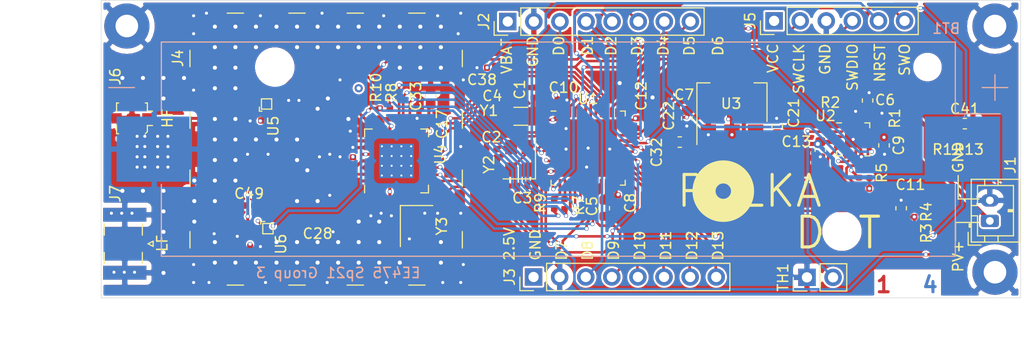
<source format=kicad_pcb>
(kicad_pcb (version 20171130) (host pcbnew "(5.1.6)-1")
  (layers (0 F.Cu signal) (1 In1.Cu signal) (2 In2.Cu signal) (31 B.Cu signal) (34 B.Paste user) (35 F.Paste user) (36 B.SilkS user) (37 F.SilkS user) (38 B.Mask user) (39 F.Mask user) (44 Edge.Cuts user))
  (net 0 "")
  (net 1 GND)
  (net 2 +BATT)
  (net 3 "Net-(C1-Pad2)")
  (net 4 "Net-(C2-Pad2)")
  (net 5 "Net-(C3-Pad1)")
  (net 6 "Net-(C4-Pad1)")
  (net 7 "Net-(C5-Pad1)")
  (net 8 VPP)
  (net 9 +2V5)
  (net 10 +4V)
  (net 11 "Net-(C14-Pad1)")
  (net 12 "Net-(C15-Pad2)")
  (net 13 "Net-(C16-Pad1)")
  (net 14 "Net-(C18-Pad1)")
  (net 15 "Net-(C23-Pad1)")
  (net 16 "Net-(C24-Pad1)")
  (net 17 "Net-(C25-Pad1)")
  (net 18 "Net-(C26-Pad1)")
  (net 19 "Net-(C27-Pad2)")
  (net 20 "Net-(C28-Pad1)")
  (net 21 "Net-(C31-Pad1)")
  (net 22 "Net-(C34-Pad2)")
  (net 23 "Net-(C35-Pad2)")
  (net 24 "Net-(C36-Pad2)")
  (net 25 "Net-(C37-Pad2)")
  (net 26 "Net-(C47-Pad2)")
  (net 27 "Net-(C47-Pad1)")
  (net 28 "Net-(C49-Pad2)")
  (net 29 "Net-(C49-Pad1)")
  (net 30 /GPIO_6)
  (net 31 /GPIO_5)
  (net 32 /GPIO_3)
  (net 33 /GPIO_2)
  (net 34 /GPIO_1)
  (net 35 /GPIO_0)
  (net 36 /GPIO_11)
  (net 37 /GPIO_10)
  (net 38 /GPIO_9)
  (net 39 /GPIO_8)
  (net 40 /GPIO_7)
  (net 41 /SWO)
  (net 42 /SWDIO)
  (net 43 /SWCLK)
  (net 44 "Net-(L1-Pad1)")
  (net 45 "Net-(R1-Pad1)")
  (net 46 "Net-(R2-Pad2)")
  (net 47 /~CHG)
  (net 48 /~PGOOD)
  (net 49 "Net-(R7-Pad2)")
  (net 50 /RXTX_HF)
  (net 51 /RXTX)
  (net 52 "Net-(R10-Pad2)")
  (net 53 /RXTX_LF)
  (net 54 "Net-(TH1-Pad2)")
  (net 55 /DIO5)
  (net 56 /DIO4)
  (net 57 /CHG_~CE)
  (net 58 /CS_X)
  (net 59 /RST)
  (net 60 /DIO2)
  (net 61 /DIO1)
  (net 62 /DIO0)
  (net 63 /MOSI)
  (net 64 /MISO)
  (net 65 /SCK)
  (net 66 /NRST)
  (net 67 "Net-(R11-Pad1)")
  (net 68 "Net-(C28-Pad2)")
  (net 69 "Net-(C44-Pad2)")
  (net 70 "Net-(C11-Pad1)")
  (net 71 "Net-(C41-Pad1)")
  (module Resistor_SMD:R_0402_1005Metric (layer F.Cu) (at 245.4 123.8 180)
    (fp_text reference R13 (at 0 -1.17) (layer F.SilkS))
    (fp_text value 100k)
    (pad 2 smd roundrect (at 0.485 0 180) (size 0.59 0.64) (layers F.Cu F.Paste F.Mask) (net 71 "Net-(C41-Pad1)"))
    (pad 1 smd roundrect (at -0.485 0 180) (size 0.59 0.64) (layers F.Cu F.Paste F.Mask) (net 1 GND))
  )
  (module Resistor_SMD:R_0402_1005Metric (layer F.Cu) (at 243.285 123.8 180)
    (fp_text reference R12 (at 0 -1.17) (layer F.SilkS))
    (fp_text value 1Meg)
    (pad 2 smd roundrect (at 0.485 0 180) (size 0.59 0.64) (layers F.Cu F.Paste F.Mask) (net 8 VPP))
    (pad 1 smd roundrect (at -0.485 0 180) (size 0.59 0.64) (layers F.Cu F.Paste F.Mask) (net 71 "Net-(C41-Pad1)"))
  )
  (module Connector_PinHeader_2.54mm:PinHeader_1x08_P2.54mm_Vertical (layer F.Cu) (at 203.02 137.4 90)
    (fp_text reference J3 (at 0 -2.33 90) (layer F.SilkS))
    (fp_text value Conn_01x08_Male)
    (pad 8 thru_hole oval (at 0 17.78 90) (size 1.7 1.7) (drill 1) (layers *.Cu *.Mask) (net 36 /GPIO_11))
    (pad 7 thru_hole oval (at 0 15.24 90) (size 1.7 1.7) (drill 1) (layers *.Cu *.Mask) (net 37 /GPIO_10))
    (pad 6 thru_hole oval (at 0 12.7 90) (size 1.7 1.7) (drill 1) (layers *.Cu *.Mask) (net 38 /GPIO_9))
    (pad 5 thru_hole oval (at 0 10.16 90) (size 1.7 1.7) (drill 1) (layers *.Cu *.Mask) (net 39 /GPIO_8))
    (pad 4 thru_hole oval (at 0 7.62 90) (size 1.7 1.7) (drill 1) (layers *.Cu *.Mask) (net 40 /GPIO_7))
    (pad 3 thru_hole oval (at 0 5.08 90) (size 1.7 1.7) (drill 1) (layers *.Cu *.Mask) (net 30 /GPIO_6))
    (pad 2 thru_hole oval (at 0 2.54 90) (size 1.7 1.7) (drill 1) (layers *.Cu *.Mask) (net 1 GND))
    (pad 1 thru_hole rect (at 0 0 90) (size 1.7 1.7) (drill 1) (layers *.Cu *.Mask) (net 9 +2V5))
  )
  (module Connector_PinHeader_2.54mm:PinHeader_1x08_P2.54mm_Vertical (layer F.Cu) (at 200.51 112.5 90)
    (fp_text reference J2 (at 0 -2.33 90) (layer F.SilkS))
    (fp_text value Conn_01x08_Male)
    (pad 8 thru_hole oval (at 0 17.78 90) (size 1.7 1.7) (drill 1) (layers *.Cu *.Mask) (net 31 /GPIO_5))
    (pad 7 thru_hole oval (at 0 15.24 90) (size 1.7 1.7) (drill 1) (layers *.Cu *.Mask) (net 48 /~PGOOD))
    (pad 6 thru_hole oval (at 0 12.7 90) (size 1.7 1.7) (drill 1) (layers *.Cu *.Mask) (net 32 /GPIO_3))
    (pad 5 thru_hole oval (at 0 10.16 90) (size 1.7 1.7) (drill 1) (layers *.Cu *.Mask) (net 33 /GPIO_2))
    (pad 4 thru_hole oval (at 0 7.62 90) (size 1.7 1.7) (drill 1) (layers *.Cu *.Mask) (net 34 /GPIO_1))
    (pad 3 thru_hole oval (at 0 5.08 90) (size 1.7 1.7) (drill 1) (layers *.Cu *.Mask) (net 35 /GPIO_0))
    (pad 2 thru_hole oval (at 0 2.54 90) (size 1.7 1.7) (drill 1) (layers *.Cu *.Mask) (net 1 GND))
    (pad 1 thru_hole rect (at 0 0 90) (size 1.7 1.7) (drill 1) (layers *.Cu *.Mask) (net 2 +BATT))
  )
  (module Capacitor_SMD:C_0603_1608Metric (layer F.Cu) (at 245 122.45)
    (fp_text reference C41 (at 0 -1.43) (layer F.SilkS))
    (fp_text value 10u)
    (pad 2 smd roundrect (at 0.7875 0) (size 0.875 0.95) (layers F.Cu F.Paste F.Mask) (net 1 GND))
    (pad 1 smd roundrect (at -0.7875 0) (size 0.875 0.95) (layers F.Cu F.Paste F.Mask) (net 71 "Net-(C41-Pad1)"))
  )
  (module Capacitor_SMD:C_0402_1005Metric (layer F.Cu) (at 198 117 180)
    (fp_text reference C38 (at 0 -1.17) (layer F.SilkS))
    (fp_text value 100n)
    (pad 2 smd roundrect (at 0.485 0 180) (size 0.59 0.64) (layers F.Cu F.Paste F.Mask) (net 1 GND))
    (pad 1 smd roundrect (at -0.485 0 180) (size 0.59 0.64) (layers F.Cu F.Paste F.Mask) (net 66 /NRST))
  )
  (module Capacitor_SMD:C_0603_1608Metric (layer F.Cu) (at 238.8 130.7 90)
    (fp_text reference C11 (at 2.3 0.9 180) (layer F.SilkS))
    (fp_text value 10u)
    (pad 2 smd roundrect (at 0.7875 0 90) (size 0.875 0.95) (layers F.Cu F.Paste F.Mask) (net 1 GND))
    (pad 1 smd roundrect (at -0.7875 0 90) (size 0.875 0.95) (layers F.Cu F.Paste F.Mask) (net 70 "Net-(C11-Pad1)"))
  )
  (module Capacitor_SMD:C_0402_1005Metric (layer F.Cu) (at 175.332 130.436)
    (fp_text reference C49 (at 0 -1.17) (layer F.SilkS))
    (fp_text value 47p)
    (pad 2 smd roundrect (at 0.485 0) (size 0.59 0.64) (layers F.Cu F.Paste F.Mask) (net 28 "Net-(C49-Pad2)"))
    (pad 1 smd roundrect (at -0.485 0) (size 0.59 0.64) (layers F.Cu F.Paste F.Mask) (net 29 "Net-(C49-Pad1)"))
  )
  (module Capacitor_SMD:C_0603_1608Metric (layer F.Cu) (at 209.9 130.7 270)
    (fp_text reference C5 (at -0.2 1.2 90) (layer F.SilkS))
    (fp_text value 4.7u)
    (pad 2 smd roundrect (at 0.7875 0 270) (size 0.875 0.95) (layers F.Cu F.Paste F.Mask) (net 1 GND))
    (pad 1 smd roundrect (at -0.7875 0 270) (size 0.875 0.95) (layers F.Cu F.Paste F.Mask) (net 7 "Net-(C5-Pad1)"))
  )
  (module Capacitor_SMD:C_0603_1608Metric (layer F.Cu) (at 193 119.7875 90)
    (fp_text reference C33 (at 0 -1.43 90) (layer F.SilkS))
    (fp_text value 10u)
    (pad 2 smd roundrect (at 0.7875 0 90) (size 0.875 0.95) (layers F.Cu F.Paste F.Mask) (net 1 GND))
    (pad 1 smd roundrect (at -0.7875 0 90) (size 0.875 0.95) (layers F.Cu F.Paste F.Mask) (net 9 +2V5))
  )
  (module Capacitor_SMD:C_0603_1608Metric (layer F.Cu) (at 217.25 124.25)
    (fp_text reference C32 (at -2.25 1 90) (layer F.SilkS))
    (fp_text value 10u)
    (pad 2 smd roundrect (at 0.7875 0) (size 0.875 0.95) (layers F.Cu F.Paste F.Mask) (net 1 GND))
    (pad 1 smd roundrect (at -0.7875 0) (size 0.875 0.95) (layers F.Cu F.Paste F.Mask) (net 9 +2V5))
  )
  (module Capacitor_SMD:C_0402_1005Metric (layer F.Cu) (at 182 132 180)
    (fp_text reference C28 (at 0 -1.17) (layer F.SilkS))
    (fp_text value 22p)
    (pad 2 smd roundrect (at 0.485 0 180) (size 0.59 0.64) (layers F.Cu F.Paste F.Mask) (net 68 "Net-(C28-Pad2)"))
    (pad 1 smd roundrect (at -0.485 0 180) (size 0.59 0.64) (layers F.Cu F.Paste F.Mask) (net 20 "Net-(C28-Pad1)"))
  )
  (module Battery:BatteryHolder_Keystone_1042_1x18650 (layer B.Cu) (at 205.432 124.936 180)
    (fp_text reference BT1 (at -37.75 11.75) (layer B.SilkS) (effects (justify mirror)))
    (fp_text value Battery_Cell)
    (pad "" np_thru_hole circle (at -35.93 8 180) (size 2.39 2.39) (drill 2.39) (layers *.Cu *.Mask))
    (pad "" np_thru_hole circle (at -27.6 -8 180) (size 3.45 3.45) (drill 3.45) (layers *.Cu *.Mask))
    (pad "" np_thru_hole circle (at 27.6 8 180) (size 3.45 3.45) (drill 3.45) (layers *.Cu *.Mask))
    (pad 2 smd rect (at 39.33 0 180) (size 7.34 6.35) (layers B.Cu B.Paste B.Mask) (net 1 GND))
    (pad 1 smd rect (at -39.33 0 180) (size 7.34 6.35) (layers B.Cu B.Paste B.Mask) (net 2 +BATT))
  )
  (module Resistor_SMD:R_0402_1005Metric (layer F.Cu) (at 234.696 127.231 270)
    (fp_text reference R11 hide)
    (fp_text value 1k)
    (pad 2 smd roundrect (at 0.485 0 270) (size 0.59 0.64) (layers F.Cu F.Paste F.Mask) (net 48 /~PGOOD))
    (pad 1 smd roundrect (at -0.485 0 270) (size 0.59 0.64) (layers F.Cu F.Paste F.Mask) (net 67 "Net-(R11-Pad1)"))
  )
  (module MountingHole:MountingHole_2.2mm_M2_Pad (layer F.Cu) (at 163.432 112.936 180)
    (fp_text reference H3 hide)
    (fp_text value MountingHole_Pad)
    (pad 1 thru_hole circle (at 0 0 180) (size 4.4 4.4) (drill 2.2) (layers *.Cu *.Mask) (net 1 GND))
  )
  (module MountingHole:MountingHole_2.2mm_M2_Pad (layer F.Cu) (at 247.932 112.936 180)
    (fp_text reference H2 hide)
    (fp_text value MountingHole_Pad)
    (pad 1 thru_hole circle (at 0 0 180) (size 4.4 4.4) (drill 2.2) (layers *.Cu *.Mask) (net 1 GND))
  )
  (module MountingHole:MountingHole_2.2mm_M2_Pad (layer F.Cu) (at 247.932 136.936 180)
    (fp_text reference H1 hide)
    (fp_text value MountingHole_Pad)
    (pad 1 thru_hole circle (at 0 0 180) (size 4.4 4.4) (drill 2.2) (layers *.Cu *.Mask) (net 1 GND))
  )
  (module RF_Shielding:Laird_Technologies_BMI-S-203-F_26.21x26.21mm (layer F.Cu) (at 182.832 124.936 180)
    (fp_text reference J4 (at 14.43 8.858 90) (layer F.SilkS))
    (fp_text value RF_Shield_Two_Pieces)
    (pad 1 smd rect (at 13.005 11.22 180) (size 1 2.57) (layers F.Cu F.Paste F.Mask) (net 1 GND))
    (pad 1 smd rect (at -13.005 11.22 180) (size 1 2.57) (layers F.Cu F.Paste F.Mask) (net 1 GND))
    (pad 1 smd rect (at 13.005 5.835 180) (size 1 3.8) (layers F.Cu F.Paste F.Mask) (net 1 GND))
    (pad 1 smd rect (at -13.005 5.835 180) (size 1 3.8) (layers F.Cu F.Paste F.Mask) (net 1 GND))
    (pad 1 smd rect (at 13.005 0 180) (size 1 3.47) (layers F.Cu F.Paste F.Mask) (net 1 GND))
    (pad 1 smd rect (at -13.005 0 180) (size 1 3.47) (layers F.Cu F.Paste F.Mask) (net 1 GND))
    (pad 1 smd rect (at 13.005 -5.835 180) (size 1 3.8) (layers F.Cu F.Paste F.Mask) (net 1 GND))
    (pad 1 smd rect (at -13.005 -5.835 180) (size 1 3.8) (layers F.Cu F.Paste F.Mask) (net 1 GND))
    (pad 1 smd rect (at 13.005 -11.22 180) (size 1 2.57) (layers F.Cu F.Paste F.Mask) (net 1 GND))
    (pad 1 smd rect (at -13.005 -11.22 180) (size 1 2.57) (layers F.Cu F.Paste F.Mask) (net 1 GND))
    (pad 1 smd rect (at 11.22 13.005 180) (size 2.57 1) (layers F.Cu F.Paste F.Mask) (net 1 GND))
    (pad 1 smd rect (at 11.22 -13.005 180) (size 2.57 1) (layers F.Cu F.Paste F.Mask) (net 1 GND))
    (pad 1 smd rect (at 5.835 13.005 180) (size 3.8 1) (layers F.Cu F.Paste F.Mask) (net 1 GND))
    (pad 1 smd rect (at 5.835 -13.005 180) (size 3.8 1) (layers F.Cu F.Paste F.Mask) (net 1 GND))
    (pad 1 smd rect (at 0 13.005 180) (size 3.47 1) (layers F.Cu F.Paste F.Mask) (net 1 GND))
    (pad 1 smd rect (at 0 -13.005 180) (size 3.47 1) (layers F.Cu F.Paste F.Mask) (net 1 GND))
    (pad 1 smd rect (at -5.835 13.005 180) (size 3.8 1) (layers F.Cu F.Paste F.Mask) (net 1 GND))
    (pad 1 smd rect (at -5.835 -13.005 180) (size 3.8 1) (layers F.Cu F.Paste F.Mask) (net 1 GND))
    (pad 1 smd rect (at -11.22 13.005 180) (size 2.57 1) (layers F.Cu F.Paste F.Mask) (net 1 GND))
    (pad 1 smd rect (at -11.22 -13.005 180) (size 2.57 1) (layers F.Cu F.Paste F.Mask) (net 1 GND))
    (pad 1 smd rect (at -13.005 13.005 180) (size 1 1) (layers F.Cu F.Paste F.Mask) (net 1 GND))
    (pad 1 smd rect (at 13.005 13.005 180) (size 1 1) (layers F.Cu F.Paste F.Mask) (net 1 GND))
    (pad 1 smd rect (at 13.005 -13.005 180) (size 1 1) (layers F.Cu F.Paste F.Mask) (net 1 GND))
    (pad 1 smd rect (at -13.005 -13.005 180) (size 1 1) (layers F.Cu F.Paste F.Mask) (net 1 GND))
  )
  (module Crystal:Crystal_SMD_SeikoEpson_TSX3225-4Pin_3.2x2.5mm (layer F.Cu) (at 191.632 132.436 270)
    (fp_text reference Y3 (at 0 -2.45 90) (layer F.SilkS))
    (fp_text value 32Meg)
    (pad 4 smd rect (at -1.1 -0.8 270) (size 1.4 1.15) (layers F.Cu F.Paste F.Mask) (net 1 GND))
    (pad 3 smd rect (at 1.1 -0.8 270) (size 1.4 1.15) (layers F.Cu F.Paste F.Mask) (net 12 "Net-(C15-Pad2)"))
    (pad 2 smd rect (at 1.1 0.8 270) (size 1.4 1.15) (layers F.Cu F.Paste F.Mask) (net 1 GND))
    (pad 1 smd rect (at -1.1 0.8 270) (size 1.4 1.15) (layers F.Cu F.Paste F.Mask) (net 13 "Net-(C16-Pad1)"))
  )
  (module Crystal:Crystal_SMD_SeikoEpson_TSX3225-4Pin_3.2x2.5mm (layer F.Cu) (at 201.632 125.836 90)
    (fp_text reference Y2 (at -0.6 -2.95 90) (layer F.SilkS))
    (fp_text value 16Meg)
    (pad 4 smd rect (at -1.1 -0.8 90) (size 1.4 1.15) (layers F.Cu F.Paste F.Mask) (net 1 GND))
    (pad 3 smd rect (at 1.1 -0.8 90) (size 1.4 1.15) (layers F.Cu F.Paste F.Mask) (net 4 "Net-(C2-Pad2)"))
    (pad 2 smd rect (at 1.1 0.8 90) (size 1.4 1.15) (layers F.Cu F.Paste F.Mask) (net 1 GND))
    (pad 1 smd rect (at -1.1 0.8 90) (size 1.4 1.15) (layers F.Cu F.Paste F.Mask) (net 5 "Net-(C3-Pad1)"))
  )
  (module Crystal:Crystal_SMD_3215-2Pin_3.2x1.5mm (layer F.Cu) (at 201.782 121.736)
    (fp_text reference Y1 (at -3.1 -0.55) (layer F.SilkS))
    (fp_text value 32.786k)
    (pad 2 smd rect (at -1.25 0) (size 1 1.8) (layers F.Cu F.Paste F.Mask) (net 6 "Net-(C4-Pad1)"))
    (pad 1 smd rect (at 1.25 0) (size 1 1.8) (layers F.Cu F.Paste F.Mask) (net 3 "Net-(C1-Pad2)"))
  )
  (module capstone:SKY13453 (layer F.Cu) (at 177.167 132.686)
    (fp_text reference U6 (at 1.265 1.5 90) (layer F.SilkS))
    (fp_text value SKY13453-385LF)
    (pad 3 smd rect (at 0 0.43 180) (size 0.2 0.51) (layers F.Cu F.Paste F.Mask) (net 1 GND))
    (pad 6 smd rect (at 0 -0.43) (size 0.2 0.51) (layers F.Cu F.Paste F.Mask) (net 28 "Net-(C49-Pad2)"))
    (pad 4 smd rect (at 0.485 0.25 180) (size 0.33 0.15) (layers F.Cu F.Paste F.Mask) (net 68 "Net-(C28-Pad2)"))
    (pad 5 smd rect (at 0.485 -0.25 180) (size 0.33 0.15) (layers F.Cu F.Paste F.Mask) (net 52 "Net-(R10-Pad2)"))
    (pad 2 smd rect (at -0.485 0.25) (size 0.33 0.15) (layers F.Cu F.Paste F.Mask) (net 69 "Net-(C44-Pad2)"))
    (pad 1 smd rect (at -0.485 -0.25) (size 0.33 0.15) (layers F.Cu F.Paste F.Mask) (net 9 +2V5))
  )
  (module capstone:SKY13453 (layer F.Cu) (at 177.032 120.536 90)
    (fp_text reference U5 (at -2.15 0.65 270) (layer F.SilkS))
    (fp_text value SKY13453-385LF)
    (pad 3 smd rect (at 0 0.43 270) (size 0.2 0.51) (layers F.Cu F.Paste F.Mask) (net 1 GND))
    (pad 6 smd rect (at 0 -0.43 90) (size 0.2 0.51) (layers F.Cu F.Paste F.Mask) (net 26 "Net-(C47-Pad2)"))
    (pad 4 smd rect (at 0.485 0.25 270) (size 0.33 0.15) (layers F.Cu F.Paste F.Mask) (net 23 "Net-(C35-Pad2)"))
    (pad 5 smd rect (at 0.485 -0.25 270) (size 0.33 0.15) (layers F.Cu F.Paste F.Mask) (net 49 "Net-(R7-Pad2)"))
    (pad 2 smd rect (at -0.485 0.25 90) (size 0.33 0.15) (layers F.Cu F.Paste F.Mask) (net 25 "Net-(C37-Pad2)"))
    (pad 1 smd rect (at -0.485 -0.25 90) (size 0.33 0.15) (layers F.Cu F.Paste F.Mask) (net 9 +2V5))
  )
  (module Package_DFN_QFN:QFN-28-1EP_6x6mm_P0.65mm_EP4.8x4.8mm_ThermalVias (layer F.Cu) (at 189.682 126.086 90)
    (fp_text reference U4 (at 0.65 4.25 90) (layer F.SilkS))
    (fp_text value SX1276)
    (pad 29 smd rect (at 0 0 90) (size 3.35 3.35) (layers B.Cu) (net 1 GND))
    (pad 29 thru_hole circle (at 1.425 1.425 90) (size 0.5 0.5) (drill 0.2) (layers *.Cu) (net 1 GND))
    (pad 29 thru_hole circle (at 0.475 1.425 90) (size 0.5 0.5) (drill 0.2) (layers *.Cu) (net 1 GND))
    (pad 29 thru_hole circle (at -0.475 1.425 90) (size 0.5 0.5) (drill 0.2) (layers *.Cu) (net 1 GND))
    (pad 29 thru_hole circle (at -1.425 1.425 90) (size 0.5 0.5) (drill 0.2) (layers *.Cu) (net 1 GND))
    (pad 29 thru_hole circle (at 1.425 0.475 90) (size 0.5 0.5) (drill 0.2) (layers *.Cu) (net 1 GND))
    (pad 29 thru_hole circle (at 0.475 0.475 90) (size 0.5 0.5) (drill 0.2) (layers *.Cu) (net 1 GND))
    (pad 29 thru_hole circle (at -0.475 0.475 90) (size 0.5 0.5) (drill 0.2) (layers *.Cu) (net 1 GND))
    (pad 29 thru_hole circle (at -1.425 0.475 90) (size 0.5 0.5) (drill 0.2) (layers *.Cu) (net 1 GND))
    (pad 29 thru_hole circle (at 1.425 -0.475 90) (size 0.5 0.5) (drill 0.2) (layers *.Cu) (net 1 GND))
    (pad 29 thru_hole circle (at 0.475 -0.475 90) (size 0.5 0.5) (drill 0.2) (layers *.Cu) (net 1 GND))
    (pad 29 thru_hole circle (at -0.475 -0.475 90) (size 0.5 0.5) (drill 0.2) (layers *.Cu) (net 1 GND))
    (pad 29 thru_hole circle (at -1.425 -0.475 90) (size 0.5 0.5) (drill 0.2) (layers *.Cu) (net 1 GND))
    (pad 29 thru_hole circle (at 1.425 -1.425 90) (size 0.5 0.5) (drill 0.2) (layers *.Cu) (net 1 GND))
    (pad 29 thru_hole circle (at 0.475 -1.425 90) (size 0.5 0.5) (drill 0.2) (layers *.Cu) (net 1 GND))
    (pad 29 thru_hole circle (at -0.475 -1.425 90) (size 0.5 0.5) (drill 0.2) (layers *.Cu) (net 1 GND))
    (pad 29 thru_hole circle (at -1.425 -1.425 90) (size 0.5 0.5) (drill 0.2) (layers *.Cu) (net 1 GND))
    (pad 29 smd rect (at 0 0 90) (size 4.8 4.8) (layers F.Cu F.Mask) (net 1 GND))
    (pad 28 smd roundrect (at -1.95 -2.9875 90) (size 0.3 0.775) (layers F.Cu F.Paste F.Mask))
    (pad 27 smd roundrect (at -1.3 -2.9875 90) (size 0.3 0.775) (layers F.Cu F.Paste F.Mask) (net 44 "Net-(L1-Pad1)"))
    (pad 26 smd roundrect (at -0.65 -2.9875 90) (size 0.3 0.775) (layers F.Cu F.Paste F.Mask) (net 1 GND))
    (pad 25 smd roundrect (at 0 -2.9875 90) (size 0.3 0.775) (layers F.Cu F.Paste F.Mask) (net 17 "Net-(C25-Pad1)"))
    (pad 24 smd roundrect (at 0.65 -2.9875 90) (size 0.3 0.775) (layers F.Cu F.Paste F.Mask) (net 9 +2V5))
    (pad 23 smd roundrect (at 1.3 -2.9875 90) (size 0.3 0.775) (layers F.Cu F.Paste F.Mask) (net 1 GND))
    (pad 22 smd roundrect (at 1.95 -2.9875 90) (size 0.3 0.775) (layers F.Cu F.Paste F.Mask) (net 15 "Net-(C23-Pad1)"))
    (pad 21 smd roundrect (at 2.9875 -1.95 90) (size 0.775 0.3) (layers F.Cu F.Paste F.Mask) (net 21 "Net-(C31-Pad1)"))
    (pad 20 smd roundrect (at 2.9875 -1.3 90) (size 0.775 0.3) (layers F.Cu F.Paste F.Mask) (net 51 /RXTX))
    (pad 19 smd roundrect (at 2.9875 -0.65 90) (size 0.775 0.3) (layers F.Cu F.Paste F.Mask) (net 58 /CS_X))
    (pad 18 smd roundrect (at 2.9875 0 90) (size 0.775 0.3) (layers F.Cu F.Paste F.Mask) (net 63 /MOSI))
    (pad 17 smd roundrect (at 2.9875 0.65 90) (size 0.775 0.3) (layers F.Cu F.Paste F.Mask) (net 64 /MISO))
    (pad 16 smd roundrect (at 2.9875 1.3 90) (size 0.775 0.3) (layers F.Cu F.Paste F.Mask) (net 65 /SCK))
    (pad 15 smd roundrect (at 2.9875 1.95 90) (size 0.775 0.3) (layers F.Cu F.Paste F.Mask) (net 1 GND))
    (pad 14 smd roundrect (at 1.95 2.9875 90) (size 0.3 0.775) (layers F.Cu F.Paste F.Mask) (net 9 +2V5))
    (pad 13 smd roundrect (at 1.3 2.9875 90) (size 0.3 0.775) (layers F.Cu F.Paste F.Mask) (net 55 /DIO5))
    (pad 12 smd roundrect (at 0.65 2.9875 90) (size 0.3 0.775) (layers F.Cu F.Paste F.Mask) (net 56 /DIO4))
    (pad 11 smd roundrect (at 0 2.9875 90) (size 0.3 0.775) (layers F.Cu F.Paste F.Mask) (net 41 /SWO))
    (pad 10 smd roundrect (at -0.65 2.9875 90) (size 0.3 0.775) (layers F.Cu F.Paste F.Mask) (net 60 /DIO2))
    (pad 9 smd roundrect (at -1.3 2.9875 90) (size 0.3 0.775) (layers F.Cu F.Paste F.Mask) (net 61 /DIO1))
    (pad 8 smd roundrect (at -1.95 2.9875 90) (size 0.3 0.775) (layers F.Cu F.Paste F.Mask) (net 62 /DIO0))
    (pad 7 smd roundrect (at -2.9875 1.95 90) (size 0.775 0.3) (layers F.Cu F.Paste F.Mask) (net 59 /RST))
    (pad 6 smd roundrect (at -2.9875 1.3 90) (size 0.775 0.3) (layers F.Cu F.Paste F.Mask) (net 13 "Net-(C16-Pad1)"))
    (pad 5 smd roundrect (at -2.9875 0.65 90) (size 0.775 0.3) (layers F.Cu F.Paste F.Mask) (net 12 "Net-(C15-Pad2)"))
    (pad 4 smd roundrect (at -2.9875 0 90) (size 0.775 0.3) (layers F.Cu F.Paste F.Mask) (net 11 "Net-(C14-Pad1)"))
    (pad 3 smd roundrect (at -2.9875 -0.65 90) (size 0.775 0.3) (layers F.Cu F.Paste F.Mask) (net 9 +2V5))
    (pad 2 smd roundrect (at -2.9875 -1.3 90) (size 0.775 0.3) (layers F.Cu F.Paste F.Mask) (net 14 "Net-(C18-Pad1)"))
    (pad 1 smd roundrect (at -2.9875 -1.95 90) (size 0.775 0.3) (layers F.Cu F.Paste F.Mask) (net 20 "Net-(C28-Pad1)"))
  )
  (module Package_TO_SOT_SMD:SOT-223-3_TabPin2 (layer F.Cu) (at 222.332 120.386 90)
    (fp_text reference U3 (at -0.114 -0.082 180) (layer F.SilkS))
    (fp_text value AZ1117-2.5)
    (pad 1 smd rect (at -3.15 -2.3 90) (size 2 1.5) (layers F.Cu F.Paste F.Mask) (net 1 GND))
    (pad 3 smd rect (at -3.15 2.3 90) (size 2 1.5) (layers F.Cu F.Paste F.Mask) (net 2 +BATT))
    (pad 2 smd rect (at -3.15 0 90) (size 2 1.5) (layers F.Cu F.Paste F.Mask) (net 9 +2V5))
    (pad 2 smd rect (at 3.15 0 90) (size 2 3.8) (layers F.Cu F.Paste F.Mask) (net 9 +2V5))
  )
  (module Package_DFN_QFN:VQFN-16-1EP_3x3mm_P0.5mm_EP1.6x1.6mm (layer F.Cu) (at 234.132 123.986)
    (fp_text reference U2 (at -2.7 -2.3) (layer F.SilkS))
    (fp_text value BQ24074RGT)
    (pad 17 smd rect (at 0 0) (size 1.6 1.6) (layers F.Cu F.Mask) (net 1 GND))
    (pad 16 smd roundrect (at -0.75 -1.4375) (size 0.25 0.875) (layers F.Cu F.Paste F.Mask) (net 46 "Net-(R2-Pad2)"))
    (pad 15 smd roundrect (at -0.25 -1.4375) (size 0.25 0.875) (layers F.Cu F.Paste F.Mask))
    (pad 14 smd roundrect (at 0.25 -1.4375) (size 0.25 0.875) (layers F.Cu F.Paste F.Mask) (net 1 GND))
    (pad 13 smd roundrect (at 0.75 -1.4375) (size 0.25 0.875) (layers F.Cu F.Paste F.Mask) (net 8 VPP))
    (pad 12 smd roundrect (at 1.4375 -0.75) (size 0.875 0.25) (layers F.Cu F.Paste F.Mask) (net 45 "Net-(R1-Pad1)"))
    (pad 11 smd roundrect (at 1.4375 -0.25) (size 0.875 0.25) (layers F.Cu F.Paste F.Mask) (net 10 +4V))
    (pad 10 smd roundrect (at 1.4375 0.25) (size 0.875 0.25) (layers F.Cu F.Paste F.Mask) (net 10 +4V))
    (pad 9 smd roundrect (at 1.4375 0.75) (size 0.875 0.25) (layers F.Cu F.Paste F.Mask) (net 47 /~CHG))
    (pad 8 smd roundrect (at 0.75 1.4375) (size 0.25 0.875) (layers F.Cu F.Paste F.Mask) (net 1 GND))
    (pad 7 smd roundrect (at 0.25 1.4375) (size 0.25 0.875) (layers F.Cu F.Paste F.Mask) (net 67 "Net-(R11-Pad1)"))
    (pad 6 smd roundrect (at -0.25 1.4375) (size 0.25 0.875) (layers F.Cu F.Paste F.Mask) (net 10 +4V))
    (pad 5 smd roundrect (at -0.75 1.4375) (size 0.25 0.875) (layers F.Cu F.Paste F.Mask) (net 1 GND))
    (pad 4 smd roundrect (at -1.4375 0.75) (size 0.875 0.25) (layers F.Cu F.Paste F.Mask) (net 57 /CHG_~CE))
    (pad 3 smd roundrect (at -1.4375 0.25) (size 0.875 0.25) (layers F.Cu F.Paste F.Mask) (net 2 +BATT))
    (pad 2 smd roundrect (at -1.4375 -0.25) (size 0.875 0.25) (layers F.Cu F.Paste F.Mask) (net 2 +BATT))
    (pad 1 smd roundrect (at -1.4375 -0.75) (size 0.875 0.25) (layers F.Cu F.Paste F.Mask) (net 54 "Net-(TH1-Pad2)"))
  )
  (module Package_DFN_QFN:QFN-48-1EP_7x7mm_P0.5mm_EP5.6x5.6mm (layer F.Cu) (at 208.332 124.836)
    (fp_text reference U1 (at 0 -4.82) (layer F.SilkS))
    (fp_text value STM32F401CCUx)
    (pad 49 smd rect (at 0 0) (size 5.6 5.6) (layers F.Cu F.Mask) (net 1 GND))
    (pad 48 smd roundrect (at -2.75 -3.4375) (size 0.25 0.875) (layers F.Cu F.Paste F.Mask) (net 9 +2V5))
    (pad 47 smd roundrect (at -2.25 -3.4375) (size 0.25 0.875) (layers F.Cu F.Paste F.Mask) (net 1 GND))
    (pad 46 smd roundrect (at -1.75 -3.4375) (size 0.25 0.875) (layers F.Cu F.Paste F.Mask) (net 30 /GPIO_6))
    (pad 45 smd roundrect (at -1.25 -3.4375) (size 0.25 0.875) (layers F.Cu F.Paste F.Mask) (net 31 /GPIO_5))
    (pad 44 smd roundrect (at -0.75 -3.4375) (size 0.25 0.875) (layers F.Cu F.Paste F.Mask) (net 1 GND))
    (pad 43 smd roundrect (at -0.25 -3.4375) (size 0.25 0.875) (layers F.Cu F.Paste F.Mask) (net 32 /GPIO_3))
    (pad 42 smd roundrect (at 0.25 -3.4375) (size 0.25 0.875) (layers F.Cu F.Paste F.Mask) (net 33 /GPIO_2))
    (pad 41 smd roundrect (at 0.75 -3.4375) (size 0.25 0.875) (layers F.Cu F.Paste F.Mask) (net 55 /DIO5))
    (pad 40 smd roundrect (at 1.25 -3.4375) (size 0.25 0.875) (layers F.Cu F.Paste F.Mask) (net 56 /DIO4))
    (pad 39 smd roundrect (at 1.75 -3.4375) (size 0.25 0.875) (layers F.Cu F.Paste F.Mask) (net 41 /SWO))
    (pad 38 smd roundrect (at 2.25 -3.4375) (size 0.25 0.875) (layers F.Cu F.Paste F.Mask) (net 47 /~CHG))
    (pad 37 smd roundrect (at 2.75 -3.4375) (size 0.25 0.875) (layers F.Cu F.Paste F.Mask) (net 43 /SWCLK))
    (pad 36 smd roundrect (at 3.4375 -2.75) (size 0.875 0.25) (layers F.Cu F.Paste F.Mask) (net 9 +2V5))
    (pad 35 smd roundrect (at 3.4375 -2.25) (size 0.875 0.25) (layers F.Cu F.Paste F.Mask) (net 1 GND))
    (pad 34 smd roundrect (at 3.4375 -1.75) (size 0.875 0.25) (layers F.Cu F.Paste F.Mask) (net 42 /SWDIO))
    (pad 33 smd roundrect (at 3.4375 -1.25) (size 0.875 0.25) (layers F.Cu F.Paste F.Mask) (net 58 /CS_X))
    (pad 32 smd roundrect (at 3.4375 -0.75) (size 0.875 0.25) (layers F.Cu F.Paste F.Mask) (net 48 /~PGOOD))
    (pad 31 smd roundrect (at 3.4375 -0.25) (size 0.875 0.25) (layers F.Cu F.Paste F.Mask) (net 57 /CHG_~CE))
    (pad 30 smd roundrect (at 3.4375 0.25) (size 0.875 0.25) (layers F.Cu F.Paste F.Mask) (net 34 /GPIO_1))
    (pad 29 smd roundrect (at 3.4375 0.75) (size 0.875 0.25) (layers F.Cu F.Paste F.Mask) (net 59 /RST))
    (pad 28 smd roundrect (at 3.4375 1.25) (size 0.875 0.25) (layers F.Cu F.Paste F.Mask) (net 36 /GPIO_11))
    (pad 27 smd roundrect (at 3.4375 1.75) (size 0.875 0.25) (layers F.Cu F.Paste F.Mask) (net 37 /GPIO_10))
    (pad 26 smd roundrect (at 3.4375 2.25) (size 0.875 0.25) (layers F.Cu F.Paste F.Mask) (net 38 /GPIO_9))
    (pad 25 smd roundrect (at 3.4375 2.75) (size 0.875 0.25) (layers F.Cu F.Paste F.Mask) (net 39 /GPIO_8))
    (pad 24 smd roundrect (at 2.75 3.4375) (size 0.25 0.875) (layers F.Cu F.Paste F.Mask) (net 9 +2V5))
    (pad 23 smd roundrect (at 2.25 3.4375) (size 0.25 0.875) (layers F.Cu F.Paste F.Mask) (net 1 GND))
    (pad 22 smd roundrect (at 1.75 3.4375) (size 0.25 0.875) (layers F.Cu F.Paste F.Mask) (net 7 "Net-(C5-Pad1)"))
    (pad 21 smd roundrect (at 1.25 3.4375) (size 0.25 0.875) (layers F.Cu F.Paste F.Mask) (net 40 /GPIO_7))
    (pad 20 smd roundrect (at 0.75 3.4375) (size 0.25 0.875) (layers F.Cu F.Paste F.Mask) (net 60 /DIO2))
    (pad 19 smd roundrect (at 0.25 3.4375) (size 0.25 0.875) (layers F.Cu F.Paste F.Mask) (net 61 /DIO1))
    (pad 18 smd roundrect (at -0.25 3.4375) (size 0.25 0.875) (layers F.Cu F.Paste F.Mask) (net 62 /DIO0))
    (pad 17 smd roundrect (at -0.75 3.4375) (size 0.25 0.875) (layers F.Cu F.Paste F.Mask) (net 63 /MOSI))
    (pad 16 smd roundrect (at -1.25 3.4375) (size 0.25 0.875) (layers F.Cu F.Paste F.Mask) (net 64 /MISO))
    (pad 15 smd roundrect (at -1.75 3.4375) (size 0.25 0.875) (layers F.Cu F.Paste F.Mask) (net 65 /SCK))
    (pad 14 smd roundrect (at -2.25 3.4375) (size 0.25 0.875) (layers F.Cu F.Paste F.Mask) (net 50 /RXTX_HF))
    (pad 13 smd roundrect (at -2.75 3.4375) (size 0.25 0.875) (layers F.Cu F.Paste F.Mask) (net 53 /RXTX_LF))
    (pad 12 smd roundrect (at -3.4375 2.75) (size 0.875 0.25) (layers F.Cu F.Paste F.Mask) (net 35 /GPIO_0))
    (pad 11 smd roundrect (at -3.4375 2.25) (size 0.875 0.25) (layers F.Cu F.Paste F.Mask) (net 71 "Net-(C41-Pad1)"))
    (pad 10 smd roundrect (at -3.4375 1.75) (size 0.875 0.25) (layers F.Cu F.Paste F.Mask) (net 70 "Net-(C11-Pad1)"))
    (pad 9 smd roundrect (at -3.4375 1.25) (size 0.875 0.25) (layers F.Cu F.Paste F.Mask) (net 9 +2V5))
    (pad 8 smd roundrect (at -3.4375 0.75) (size 0.875 0.25) (layers F.Cu F.Paste F.Mask) (net 1 GND))
    (pad 7 smd roundrect (at -3.4375 0.25) (size 0.875 0.25) (layers F.Cu F.Paste F.Mask) (net 66 /NRST))
    (pad 6 smd roundrect (at -3.4375 -0.25) (size 0.875 0.25) (layers F.Cu F.Paste F.Mask) (net 5 "Net-(C3-Pad1)"))
    (pad 5 smd roundrect (at -3.4375 -0.75) (size 0.875 0.25) (layers F.Cu F.Paste F.Mask) (net 4 "Net-(C2-Pad2)"))
    (pad 4 smd roundrect (at -3.4375 -1.25) (size 0.875 0.25) (layers F.Cu F.Paste F.Mask) (net 6 "Net-(C4-Pad1)"))
    (pad 3 smd roundrect (at -3.4375 -1.75) (size 0.875 0.25) (layers F.Cu F.Paste F.Mask) (net 3 "Net-(C1-Pad2)"))
    (pad 2 smd roundrect (at -3.4375 -2.25) (size 0.875 0.25) (layers F.Cu F.Paste F.Mask))
    (pad 1 smd roundrect (at -3.4375 -2.75) (size 0.875 0.25) (layers F.Cu F.Paste F.Mask) (net 9 +2V5))
  )
  (module Connector_PinHeader_2.54mm:PinHeader_1x02_P2.54mm_Vertical (layer F.Cu) (at 229.632 137.436 90)
    (fp_text reference TH1 (at 0 -2.33 90) (layer F.SilkS))
    (fp_text value 10k)
    (pad 2 thru_hole oval (at 0 2.54 90) (size 1.7 1.7) (drill 1) (layers *.Cu *.Mask) (net 54 "Net-(TH1-Pad2)"))
    (pad 1 thru_hole rect (at 0 0 90) (size 1.7 1.7) (drill 1) (layers *.Cu *.Mask) (net 1 GND))
  )
  (module Resistor_SMD:R_0402_1005Metric (layer F.Cu) (at 188.032 121.451 90)
    (fp_text reference R10 (at 2.515 -0.35 90) (layer F.SilkS))
    (fp_text value 220)
    (pad 2 smd roundrect (at 0.485 0 90) (size 0.59 0.64) (layers F.Cu F.Paste F.Mask) (net 52 "Net-(R10-Pad2)"))
    (pad 1 smd roundrect (at -0.485 0 90) (size 0.59 0.64) (layers F.Cu F.Paste F.Mask) (net 51 /RXTX))
  )
  (module Resistor_SMD:R_0402_1005Metric (layer F.Cu) (at 205.032 130.286 270)
    (fp_text reference R9 (at -0.1 1.35 90) (layer F.SilkS))
    (fp_text value 220)
    (pad 2 smd roundrect (at 0.485 0 270) (size 0.59 0.64) (layers F.Cu F.Paste F.Mask) (net 52 "Net-(R10-Pad2)"))
    (pad 1 smd roundrect (at -0.485 0 270) (size 0.59 0.64) (layers F.Cu F.Paste F.Mask) (net 53 /RXTX_LF))
  )
  (module Resistor_SMD:R_0402_1005Metric (layer F.Cu) (at 189.032 121.451 90)
    (fp_text reference R8 (at 2.015 0.15 90) (layer F.SilkS))
    (fp_text value 220)
    (pad 2 smd roundrect (at 0.485 0 90) (size 0.59 0.64) (layers F.Cu F.Paste F.Mask) (net 49 "Net-(R7-Pad2)"))
    (pad 1 smd roundrect (at -0.485 0 90) (size 0.59 0.64) (layers F.Cu F.Paste F.Mask) (net 51 /RXTX))
  )
  (module Resistor_SMD:R_0402_1005Metric (layer F.Cu) (at 206.032 130.286 270)
    (fp_text reference R7 (at 0.15 -1.4 90) (layer F.SilkS))
    (fp_text value 220)
    (pad 2 smd roundrect (at 0.485 0 270) (size 0.59 0.64) (layers F.Cu F.Paste F.Mask) (net 49 "Net-(R7-Pad2)"))
    (pad 1 smd roundrect (at -0.485 0 270) (size 0.59 0.64) (layers F.Cu F.Paste F.Mask) (net 50 /RXTX_HF))
  )
  (module Resistor_SMD:R_0402_1005Metric (layer F.Cu) (at 235.204 128.778 180)
    (fp_text reference R6 hide)
    (fp_text value 1k)
    (pad 2 smd roundrect (at 0.485 0 180) (size 0.59 0.64) (layers F.Cu F.Paste F.Mask) (net 67 "Net-(R11-Pad1)"))
    (pad 1 smd roundrect (at -0.485 0 180) (size 0.59 0.64) (layers F.Cu F.Paste F.Mask) (net 9 +2V5))
  )
  (module Resistor_SMD:R_0402_1005Metric (layer F.Cu) (at 235.712 127.254 90)
    (fp_text reference R5 (at 0 1.2 90) (layer F.SilkS))
    (fp_text value 1k)
    (pad 2 smd roundrect (at 0.485 0 90) (size 0.59 0.64) (layers F.Cu F.Paste F.Mask) (net 47 /~CHG))
    (pad 1 smd roundrect (at -0.485 0 90) (size 0.59 0.64) (layers F.Cu F.Paste F.Mask) (net 9 +2V5))
  )
  (module Resistor_SMD:R_0402_1005Metric (layer F.Cu) (at 240.082 131.051 270)
    (fp_text reference R4 (at 0 -1.17 90) (layer F.SilkS))
    (fp_text value 1Meg)
    (pad 2 smd roundrect (at 0.485 0 270) (size 0.59 0.64) (layers F.Cu F.Paste F.Mask) (net 70 "Net-(C11-Pad1)"))
    (pad 1 smd roundrect (at -0.485 0 270) (size 0.59 0.64) (layers F.Cu F.Paste F.Mask) (net 1 GND))
  )
  (module Resistor_SMD:R_0402_1005Metric (layer F.Cu) (at 240.082 133.136 270)
    (fp_text reference R3 (at 0 -1.17 90) (layer F.SilkS))
    (fp_text value 1Meg)
    (pad 2 smd roundrect (at 0.485 0 270) (size 0.59 0.64) (layers F.Cu F.Paste F.Mask) (net 2 +BATT))
    (pad 1 smd roundrect (at -0.485 0 270) (size 0.59 0.64) (layers F.Cu F.Paste F.Mask) (net 70 "Net-(C11-Pad1)"))
  )
  (module Resistor_SMD:R_0402_1005Metric (layer F.Cu) (at 233.817 121.186 180)
    (fp_text reference R2 (at 1.915 0.79) (layer F.SilkS))
    (fp_text value 1.13k)
    (pad 2 smd roundrect (at 0.485 0 180) (size 0.59 0.64) (layers F.Cu F.Paste F.Mask) (net 46 "Net-(R2-Pad2)"))
    (pad 1 smd roundrect (at -0.485 0 180) (size 0.59 0.64) (layers F.Cu F.Paste F.Mask) (net 1 GND))
  )
  (module Resistor_SMD:R_0402_1005Metric (layer F.Cu) (at 236.932 121.901 90)
    (fp_text reference R1 (at -0.035 1.25 90) (layer F.SilkS))
    (fp_text value 1.18k)
    (pad 2 smd roundrect (at 0.485 0 90) (size 0.59 0.64) (layers F.Cu F.Paste F.Mask) (net 1 GND))
    (pad 1 smd roundrect (at -0.485 0 90) (size 0.59 0.64) (layers F.Cu F.Paste F.Mask) (net 45 "Net-(R1-Pad1)"))
  )
  (module Inductor_SMD:L_0402_1005Metric (layer F.Cu) (at 175.667 128.586 180)
    (fp_text reference L11 hide)
    (fp_text value 15n)
    (pad 2 smd roundrect (at 0.485 0 180) (size 0.59 0.64) (layers F.Cu F.Paste F.Mask) (net 69 "Net-(C44-Pad2)"))
    (pad 1 smd roundrect (at -0.485 0 180) (size 0.59 0.64) (layers F.Cu F.Paste F.Mask) (net 24 "Net-(C36-Pad2)"))
  )
  (module Inductor_SMD:L_0402_1005Metric (layer F.Cu) (at 179.667 122.086 180)
    (fp_text reference L10 hide)
    (fp_text value 6.2n)
    (pad 2 smd roundrect (at 0.485 0 180) (size 0.59 0.64) (layers F.Cu F.Paste F.Mask) (net 25 "Net-(C37-Pad2)"))
    (pad 1 smd roundrect (at -0.485 0 180) (size 0.59 0.64) (layers F.Cu F.Paste F.Mask) (net 22 "Net-(C34-Pad2)"))
  )
  (module Inductor_SMD:L_0402_1005Metric (layer F.Cu) (at 177.682 128.586 180)
    (fp_text reference L9 hide)
    (fp_text value 12n)
    (pad 2 smd roundrect (at 0.485 0 180) (size 0.59 0.64) (layers F.Cu F.Paste F.Mask) (net 24 "Net-(C36-Pad2)"))
    (pad 1 smd roundrect (at -0.485 0 180) (size 0.59 0.64) (layers F.Cu F.Paste F.Mask) (net 19 "Net-(C27-Pad2)"))
  )
  (module Inductor_SMD:L_0402_1005Metric (layer F.Cu) (at 181.682 122.086 180)
    (fp_text reference L8 hide)
    (fp_text value 10n)
    (pad 2 smd roundrect (at 0.485 0 180) (size 0.59 0.64) (layers F.Cu F.Paste F.Mask) (net 22 "Net-(C34-Pad2)"))
    (pad 1 smd roundrect (at -0.485 0 180) (size 0.59 0.64) (layers F.Cu F.Paste F.Mask) (net 18 "Net-(C26-Pad1)"))
  )
  (module Inductor_SMD:L_0402_1005Metric (layer F.Cu) (at 183.5 132.485 270)
    (fp_text reference L4 hide)
    (fp_text value 18n)
    (pad 2 smd roundrect (at 0.485 0 270) (size 0.59 0.64) (layers F.Cu F.Paste F.Mask) (net 1 GND))
    (pad 1 smd roundrect (at -0.485 0 270) (size 0.59 0.64) (layers F.Cu F.Paste F.Mask) (net 20 "Net-(C28-Pad1)"))
  )
  (module Inductor_SMD:L_0402_1005Metric (layer F.Cu) (at 183.697 124.086 180)
    (fp_text reference L3 hide)
    (fp_text value 33n)
    (pad 2 smd roundrect (at 0.485 0 180) (size 0.59 0.64) (layers F.Cu F.Paste F.Mask) (net 17 "Net-(C25-Pad1)"))
    (pad 1 smd roundrect (at -0.485 0 180) (size 0.59 0.64) (layers F.Cu F.Paste F.Mask) (net 15 "Net-(C23-Pad1)"))
  )
  (module Inductor_SMD:L_0402_1005Metric (layer F.Cu) (at 182.697 127.586)
    (fp_text reference L2 hide)
    (fp_text value 33n)
    (pad 2 smd roundrect (at 0.485 0) (size 0.59 0.64) (layers F.Cu F.Paste F.Mask) (net 16 "Net-(C24-Pad1)"))
    (pad 1 smd roundrect (at -0.485 0) (size 0.59 0.64) (layers F.Cu F.Paste F.Mask) (net 17 "Net-(C25-Pad1)"))
  )
  (module Inductor_SMD:L_0402_1005Metric (layer F.Cu) (at 184.667 127.586 180)
    (fp_text reference L1 hide)
    (fp_text value 2.2n)
    (pad 2 smd roundrect (at 0.485 0 180) (size 0.59 0.64) (layers F.Cu F.Paste F.Mask) (net 16 "Net-(C24-Pad1)"))
    (pad 1 smd roundrect (at -0.485 0 180) (size 0.59 0.64) (layers F.Cu F.Paste F.Mask) (net 44 "Net-(L1-Pad1)"))
  )
  (module Connector_Coaxial:SMA_Samtec_SMA-J-P-X-ST-EM1_EdgeMount (layer F.Cu) (at 163.232 134.161 270)
    (fp_text reference J7 (at -4.875 0.926 90) (layer F.SilkS))
    (fp_text value Conn_Coaxial)
    (pad 1 smd rect (at 0 0.2 270) (size 1.27 3.6) (layers F.Cu F.Paste F.Mask) (net 29 "Net-(C49-Pad1)"))
    (pad 2 smd rect (at 2.825 0 270) (size 1.35 4.2) (layers F.Cu F.Paste F.Mask) (net 1 GND))
    (pad 2 smd rect (at -2.825 0 270) (size 1.35 4.2) (layers F.Cu F.Paste F.Mask) (net 1 GND))
    (pad 2 smd rect (at 2.825 0 270) (size 1.35 4.2) (layers B.Cu B.Paste B.Mask) (net 1 GND))
    (pad 2 smd rect (at -2.825 0 270) (size 1.35 4.2) (layers B.Cu B.Paste B.Mask) (net 1 GND))
  )
  (module Connector_Coaxial:U.FL_Molex_MCRF_73412-0110_Vertical (layer F.Cu) (at 163.932 121.936 90)
    (fp_text reference J6 (at 4.08 -1.626 90) (layer F.SilkS))
    (fp_text value Conn_Coaxial)
    (pad 1 smd rect (at 0 1.5 90) (size 1 1) (layers F.Cu F.Paste F.Mask) (net 27 "Net-(C47-Pad1)"))
    (pad 2 smd rect (at 0 -1.5 90) (size 1 1) (layers F.Cu F.Paste F.Mask) (net 1 GND))
    (pad 2 smd rect (at 1.475 0 90) (size 1.05 2.2) (layers F.Cu F.Paste F.Mask) (net 1 GND))
    (pad 2 smd rect (at -1.475 0 90) (size 1.05 2.2) (layers F.Cu F.Paste F.Mask) (net 1 GND))
  )
  (module Connector_PinHeader_2.54mm:PinHeader_1x06_P2.54mm_Vertical (layer F.Cu) (at 226.432 112.436 90)
    (fp_text reference J5 (at 0 -2.33 90) (layer F.SilkS))
    (fp_text value SWD)
    (pad 6 thru_hole oval (at 0 12.7 90) (size 1.7 1.7) (drill 1) (layers *.Cu *.Mask) (net 41 /SWO))
    (pad 5 thru_hole oval (at 0 10.16 90) (size 1.7 1.7) (drill 1) (layers *.Cu *.Mask) (net 66 /NRST))
    (pad 4 thru_hole oval (at 0 7.62 90) (size 1.7 1.7) (drill 1) (layers *.Cu *.Mask) (net 42 /SWDIO))
    (pad 3 thru_hole oval (at 0 5.08 90) (size 1.7 1.7) (drill 1) (layers *.Cu *.Mask) (net 1 GND))
    (pad 2 thru_hole oval (at 0 2.54 90) (size 1.7 1.7) (drill 1) (layers *.Cu *.Mask) (net 43 /SWCLK))
    (pad 1 thru_hole rect (at 0 0 90) (size 1.7 1.7) (drill 1) (layers *.Cu *.Mask) (net 9 +2V5))
  )
  (module Connector_JST:JST_PH_B2B-PH-K_1x02_P2.00mm_Vertical (layer F.Cu) (at 247.432 131.936 90)
    (fp_text reference J1 (at 5.444 1.996 90) (layer F.SilkS))
    (fp_text value Conn_01x02_Male)
    (pad 2 thru_hole oval (at 2 0 90) (size 1.2 1.75) (drill 0.75) (layers *.Cu *.Mask) (net 1 GND))
    (pad 1 thru_hole roundrect (at 0 0 90) (size 1.2 1.75) (drill 0.75) (layers *.Cu *.Mask) (roundrect_rratio 0.208333) (net 8 VPP))
  )
  (module Capacitor_SMD:C_0402_1005Metric (layer F.Cu) (at 174.697 120.586)
    (fp_text reference C47 hide)
    (fp_text value 47p)
    (pad 2 smd roundrect (at 0.485 0) (size 0.59 0.64) (layers F.Cu F.Paste F.Mask) (net 26 "Net-(C47-Pad2)"))
    (pad 1 smd roundrect (at -0.485 0) (size 0.59 0.64) (layers F.Cu F.Paste F.Mask) (net 27 "Net-(C47-Pad1)"))
  )
  (module Capacitor_SMD:C_0402_1005Metric (layer F.Cu) (at 175.917 134.436)
    (fp_text reference C46 hide)
    (fp_text value 1n)
    (pad 2 smd roundrect (at 0.485 0) (size 0.59 0.64) (layers F.Cu F.Paste F.Mask) (net 1 GND))
    (pad 1 smd roundrect (at -0.485 0) (size 0.59 0.64) (layers F.Cu F.Paste F.Mask) (net 9 +2V5))
  )
  (module Capacitor_SMD:C_0402_1005Metric (layer F.Cu) (at 176.032 122.136 180)
    (fp_text reference C45 hide)
    (fp_text value 1n)
    (pad 2 smd roundrect (at 0.485 0 180) (size 0.59 0.64) (layers F.Cu F.Paste F.Mask) (net 1 GND))
    (pad 1 smd roundrect (at -0.485 0 180) (size 0.59 0.64) (layers F.Cu F.Paste F.Mask) (net 9 +2V5))
  )
  (module Capacitor_SMD:C_0402_1005Metric (layer F.Cu) (at 175.182 126.051 270)
    (fp_text reference C44 hide)
    (fp_text value 6.8p)
    (pad 2 smd roundrect (at 0.485 0 270) (size 0.59 0.64) (layers F.Cu F.Paste F.Mask) (net 69 "Net-(C44-Pad2)"))
    (pad 1 smd roundrect (at -0.485 0 270) (size 0.59 0.64) (layers F.Cu F.Paste F.Mask) (net 1 GND))
  )
  (module Capacitor_SMD:C_0402_1005Metric (layer F.Cu) (at 179.182 120.601 270)
    (fp_text reference C40 hide)
    (fp_text value 1.8p)
    (pad 2 smd roundrect (at 0.485 0 270) (size 0.59 0.64) (layers F.Cu F.Paste F.Mask) (net 25 "Net-(C37-Pad2)"))
    (pad 1 smd roundrect (at -0.485 0 270) (size 0.59 0.64) (layers F.Cu F.Paste F.Mask) (net 1 GND))
  )
  (module Capacitor_SMD:C_0402_1005Metric (layer F.Cu) (at 177.232 126.021 90)
    (fp_text reference C39 hide)
    (fp_text value 15p)
    (pad 2 smd roundrect (at 0.485 0 90) (size 0.59 0.64) (layers F.Cu F.Paste F.Mask) (net 1 GND))
    (pad 1 smd roundrect (at -0.485 0 90) (size 0.59 0.64) (layers F.Cu F.Paste F.Mask) (net 24 "Net-(C36-Pad2)"))
  )
  (module Capacitor_SMD:C_0402_1005Metric (layer F.Cu) (at 179.682 123.086 180)
    (fp_text reference C37 hide)
    (fp_text value 1.2p)
    (pad 2 smd roundrect (at 0.485 0 180) (size 0.59 0.64) (layers F.Cu F.Paste F.Mask) (net 25 "Net-(C37-Pad2)"))
    (pad 1 smd roundrect (at -0.485 0 180) (size 0.59 0.64) (layers F.Cu F.Paste F.Mask) (net 22 "Net-(C34-Pad2)"))
  )
  (module Capacitor_SMD:C_0402_1005Metric (layer F.Cu) (at 177.682 127.536 180)
    (fp_text reference C36 hide)
    (fp_text value 2.7p)
    (pad 2 smd roundrect (at 0.485 0 180) (size 0.59 0.64) (layers F.Cu F.Paste F.Mask) (net 24 "Net-(C36-Pad2)"))
    (pad 1 smd roundrect (at -0.485 0 180) (size 0.59 0.64) (layers F.Cu F.Paste F.Mask) (net 19 "Net-(C27-Pad2)"))
  )
  (module Capacitor_SMD:C_0402_1005Metric (layer F.Cu) (at 182.682 119.086 180)
    (fp_text reference C35 hide)
    (fp_text value 22p)
    (pad 2 smd roundrect (at 0.485 0 180) (size 0.59 0.64) (layers F.Cu F.Paste F.Mask) (net 23 "Net-(C35-Pad2)"))
    (pad 1 smd roundrect (at -0.485 0 180) (size 0.59 0.64) (layers F.Cu F.Paste F.Mask) (net 21 "Net-(C31-Pad1)"))
  )
  (module Capacitor_SMD:C_0402_1005Metric (layer F.Cu) (at 180.182 120.601 270)
    (fp_text reference C34 hide)
    (fp_text value 4.7p)
    (pad 2 smd roundrect (at 0.485 0 270) (size 0.59 0.64) (layers F.Cu F.Paste F.Mask) (net 22 "Net-(C34-Pad2)"))
    (pad 1 smd roundrect (at -0.485 0 270) (size 0.59 0.64) (layers F.Cu F.Paste F.Mask) (net 1 GND))
  )
  (module Capacitor_SMD:C_0402_1005Metric (layer F.Cu) (at 184.182 118.586 90)
    (fp_text reference C31 hide)
    (fp_text value 3.3p)
    (pad 2 smd roundrect (at 0.485 0 90) (size 0.59 0.64) (layers F.Cu F.Paste F.Mask) (net 1 GND))
    (pad 1 smd roundrect (at -0.485 0 90) (size 0.59 0.64) (layers F.Cu F.Paste F.Mask) (net 21 "Net-(C31-Pad1)"))
  )
  (module Capacitor_SMD:C_0402_1005Metric (layer F.Cu) (at 182.182 126.101 90)
    (fp_text reference C30 hide)
    (fp_text value 47p)
    (pad 2 smd roundrect (at 0.485 0 90) (size 0.59 0.64) (layers F.Cu F.Paste F.Mask) (net 1 GND))
    (pad 1 smd roundrect (at -0.485 0 90) (size 0.59 0.64) (layers F.Cu F.Paste F.Mask) (net 17 "Net-(C25-Pad1)"))
  )
  (module Capacitor_SMD:C_0402_1005Metric (layer F.Cu) (at 184.182 126.071 90)
    (fp_text reference C29 hide)
    (fp_text value 47p)
    (pad 2 smd roundrect (at 0.485 0 90) (size 0.59 0.64) (layers F.Cu F.Paste F.Mask) (net 1 GND))
    (pad 1 smd roundrect (at -0.485 0 90) (size 0.59 0.64) (layers F.Cu F.Paste F.Mask) (net 17 "Net-(C25-Pad1)"))
  )
  (module Capacitor_SMD:C_0402_1005Metric (layer F.Cu) (at 181.667 128.586 180)
    (fp_text reference C27 hide)
    (fp_text value 18p)
    (pad 2 smd roundrect (at 0.485 0 180) (size 0.59 0.64) (layers F.Cu F.Paste F.Mask) (net 19 "Net-(C27-Pad2)"))
    (pad 1 smd roundrect (at -0.485 0 180) (size 0.59 0.64) (layers F.Cu F.Paste F.Mask) (net 16 "Net-(C24-Pad1)"))
  )
  (module Capacitor_SMD:C_0402_1005Metric (layer F.Cu) (at 183.182 122.586 270)
    (fp_text reference C26 hide)
    (fp_text value 33p)
    (pad 2 smd roundrect (at 0.485 0 270) (size 0.59 0.64) (layers F.Cu F.Paste F.Mask) (net 15 "Net-(C23-Pad1)"))
    (pad 1 smd roundrect (at -0.485 0 270) (size 0.59 0.64) (layers F.Cu F.Paste F.Mask) (net 18 "Net-(C26-Pad1)"))
  )
  (module Capacitor_SMD:C_0402_1005Metric (layer F.Cu) (at 183.182 126.071 90)
    (fp_text reference C25 hide)
    (fp_text value 10n)
    (pad 2 smd roundrect (at 0.485 0 90) (size 0.59 0.64) (layers F.Cu F.Paste F.Mask) (net 1 GND))
    (pad 1 smd roundrect (at -0.485 0 90) (size 0.59 0.64) (layers F.Cu F.Paste F.Mask) (net 17 "Net-(C25-Pad1)"))
  )
  (module Capacitor_SMD:C_0402_1005Metric (layer F.Cu) (at 183.182 129.071 270)
    (fp_text reference C24 hide)
    (fp_text value 15p)
    (pad 2 smd roundrect (at 0.485 0 270) (size 0.59 0.64) (layers F.Cu F.Paste F.Mask) (net 1 GND))
    (pad 1 smd roundrect (at -0.485 0 270) (size 0.59 0.64) (layers F.Cu F.Paste F.Mask) (net 16 "Net-(C24-Pad1)"))
  )
  (module Capacitor_SMD:C_0402_1005Metric (layer F.Cu) (at 184.697 123.086)
    (fp_text reference C23 hide)
    (fp_text value 1.5p)
    (pad 2 smd roundrect (at 0.485 0) (size 0.59 0.64) (layers F.Cu F.Paste F.Mask) (net 1 GND))
    (pad 1 smd roundrect (at -0.485 0) (size 0.59 0.64) (layers F.Cu F.Paste F.Mask) (net 15 "Net-(C23-Pad1)"))
  )
  (module Capacitor_SMD:C_0603_1608Metric (layer F.Cu) (at 217.932 121.936 270)
    (fp_text reference C22 (at -0.25 1.75 90) (layer F.SilkS))
    (fp_text value 1u)
    (pad 2 smd roundrect (at 0.7875 0 270) (size 0.875 0.95) (layers F.Cu F.Paste F.Mask) (net 1 GND))
    (pad 1 smd roundrect (at -0.7875 0 270) (size 0.875 0.95) (layers F.Cu F.Paste F.Mask) (net 9 +2V5))
  )
  (module Capacitor_SMD:C_0603_1608Metric (layer F.Cu) (at 226.732 122.6485 90)
    (fp_text reference C21 (at 1.2365 1.614 90) (layer F.SilkS))
    (fp_text value 1u)
    (pad 2 smd roundrect (at 0.7875 0 90) (size 0.875 0.95) (layers F.Cu F.Paste F.Mask) (net 1 GND))
    (pad 1 smd roundrect (at -0.7875 0 90) (size 0.875 0.95) (layers F.Cu F.Paste F.Mask) (net 2 +BATT))
  )
  (module Capacitor_SMD:C_0402_1005Metric (layer F.Cu) (at 188.232 130.851 90)
    (fp_text reference C20 hide)
    (fp_text value 100n)
    (pad 2 smd roundrect (at 0.485 0 90) (size 0.59 0.64) (layers F.Cu F.Paste F.Mask) (net 9 +2V5))
    (pad 1 smd roundrect (at -0.485 0 90) (size 0.59 0.64) (layers F.Cu F.Paste F.Mask) (net 1 GND))
  )
  (module Capacitor_SMD:C_0402_1005Metric (layer F.Cu) (at 185.432 125.251 270)
    (fp_text reference C19 hide)
    (fp_text value 100n)
    (pad 2 smd roundrect (at 0.485 0 270) (size 0.59 0.64) (layers F.Cu F.Paste F.Mask) (net 9 +2V5))
    (pad 1 smd roundrect (at -0.485 0 270) (size 0.59 0.64) (layers F.Cu F.Paste F.Mask) (net 1 GND))
  )
  (module Capacitor_SMD:C_0402_1005Metric (layer F.Cu) (at 187.232 130.821 270)
    (fp_text reference C18 hide)
    (fp_text value 100n)
    (pad 2 smd roundrect (at 0.485 0 270) (size 0.59 0.64) (layers F.Cu F.Paste F.Mask) (net 1 GND))
    (pad 1 smd roundrect (at -0.485 0 270) (size 0.59 0.64) (layers F.Cu F.Paste F.Mask) (net 14 "Net-(C18-Pad1)"))
  )
  (module Capacitor_SMD:C_0402_1005Metric (layer F.Cu) (at 192.347 121.936)
    (fp_text reference C17 (at 1.753 0.564 270) (layer F.SilkS))
    (fp_text value 100n)
    (pad 2 smd roundrect (at 0.485 0) (size 0.59 0.64) (layers F.Cu F.Paste F.Mask) (net 9 +2V5))
    (pad 1 smd roundrect (at -0.485 0) (size 0.59 0.64) (layers F.Cu F.Paste F.Mask) (net 1 GND))
  )
  (module Capacitor_SMD:C_0402_1005Metric (layer F.Cu) (at 193.832 130.651 270)
    (fp_text reference C16 hide)
    (fp_text value 15p)
    (pad 2 smd roundrect (at 0.485 0 270) (size 0.59 0.64) (layers F.Cu F.Paste F.Mask) (net 1 GND))
    (pad 1 smd roundrect (at -0.485 0 270) (size 0.59 0.64) (layers F.Cu F.Paste F.Mask) (net 13 "Net-(C16-Pad1)"))
  )
  (module Capacitor_SMD:C_0402_1005Metric (layer F.Cu) (at 191.547 135.136)
    (fp_text reference C15 hide)
    (fp_text value 15p)
    (pad 2 smd roundrect (at 0.485 0) (size 0.59 0.64) (layers F.Cu F.Paste F.Mask) (net 12 "Net-(C15-Pad2)"))
    (pad 1 smd roundrect (at -0.485 0) (size 0.59 0.64) (layers F.Cu F.Paste F.Mask) (net 1 GND))
  )
  (module Capacitor_SMD:C_0402_1005Metric (layer F.Cu) (at 189.232 130.821 270)
    (fp_text reference C14 hide)
    (fp_text value 100n)
    (pad 2 smd roundrect (at 0.485 0 270) (size 0.59 0.64) (layers F.Cu F.Paste F.Mask) (net 1 GND))
    (pad 1 smd roundrect (at -0.485 0 270) (size 0.59 0.64) (layers F.Cu F.Paste F.Mask) (net 11 "Net-(C14-Pad1)"))
  )
  (module Capacitor_SMD:C_0603_1608Metric (layer F.Cu) (at 230.932 124.9985 270)
    (fp_text reference C13 (at -0.7925 2.332 180) (layer F.SilkS))
    (fp_text value 4.7u)
    (pad 2 smd roundrect (at 0.7875 0 270) (size 0.875 0.95) (layers F.Cu F.Paste F.Mask) (net 1 GND))
    (pad 1 smd roundrect (at -0.7875 0 270) (size 0.875 0.95) (layers F.Cu F.Paste F.Mask) (net 2 +BATT))
  )
  (module Capacitor_SMD:C_0402_1005Metric (layer F.Cu) (at 213.032 122.421 90)
    (fp_text reference C12 (at 2.671 0.468 90) (layer F.SilkS))
    (fp_text value 100n)
    (pad 2 smd roundrect (at 0.485 0 90) (size 0.59 0.64) (layers F.Cu F.Paste F.Mask) (net 9 +2V5))
    (pad 1 smd roundrect (at -0.485 0 90) (size 0.59 0.64) (layers F.Cu F.Paste F.Mask) (net 1 GND))
  )
  (module Capacitor_SMD:C_0402_1005Metric (layer F.Cu) (at 205.832 120.136 180)
    (fp_text reference C10 (at -0.1 1.2) (layer F.SilkS))
    (fp_text value 100n)
    (pad 2 smd roundrect (at 0.485 0 180) (size 0.59 0.64) (layers F.Cu F.Paste F.Mask) (net 9 +2V5))
    (pad 1 smd roundrect (at -0.485 0 180) (size 0.59 0.64) (layers F.Cu F.Paste F.Mask) (net 1 GND))
  )
  (module Capacitor_SMD:C_0603_1608Metric (layer F.Cu) (at 237.132 124.5735 270)
    (fp_text reference C9 (at 0 -1.43 90) (layer F.SilkS))
    (fp_text value 4.7u)
    (pad 2 smd roundrect (at 0.7875 0 270) (size 0.875 0.95) (layers F.Cu F.Paste F.Mask) (net 1 GND))
    (pad 1 smd roundrect (at -0.7875 0 270) (size 0.875 0.95) (layers F.Cu F.Paste F.Mask) (net 10 +4V))
  )
  (module Capacitor_SMD:C_0402_1005Metric (layer F.Cu) (at 211.182 129.936 90)
    (fp_text reference C8 (at -0.25 1.25 90) (layer F.SilkS))
    (fp_text value 100n)
    (pad 2 smd roundrect (at 0.485 0 90) (size 0.59 0.64) (layers F.Cu F.Paste F.Mask) (net 9 +2V5))
    (pad 1 smd roundrect (at -0.485 0 90) (size 0.59 0.64) (layers F.Cu F.Paste F.Mask) (net 1 GND))
  )
  (module Capacitor_SMD:C_0402_1005Metric (layer F.Cu) (at 218.132 118.121 90)
    (fp_text reference C7 (at -1.513 -0.454 180) (layer F.SilkS))
    (fp_text value 100n)
    (pad 2 smd roundrect (at 0.485 0 90) (size 0.59 0.64) (layers F.Cu F.Paste F.Mask) (net 9 +2V5))
    (pad 1 smd roundrect (at -0.485 0 90) (size 0.59 0.64) (layers F.Cu F.Paste F.Mask) (net 1 GND))
  )
  (module Capacitor_SMD:C_0603_1608Metric (layer F.Cu) (at 235.532 120.1985 270)
    (fp_text reference C6 (at -0.0565 -1.704 180) (layer F.SilkS))
    (fp_text value 1u)
    (pad 2 smd roundrect (at 0.7875 0 270) (size 0.875 0.95) (layers F.Cu F.Paste F.Mask) (net 8 VPP))
    (pad 1 smd roundrect (at -0.7875 0 270) (size 0.875 0.95) (layers F.Cu F.Paste F.Mask) (net 1 GND))
  )
  (module Capacitor_SMD:C_0402_1005Metric (layer F.Cu) (at 200.432 119.421 90)
    (fp_text reference C4 (at -0.329 -1.432 180) (layer F.SilkS))
    (fp_text value 15p)
    (pad 2 smd roundrect (at 0.485 0 90) (size 0.59 0.64) (layers F.Cu F.Paste F.Mask) (net 1 GND))
    (pad 1 smd roundrect (at -0.485 0 90) (size 0.59 0.64) (layers F.Cu F.Paste F.Mask) (net 6 "Net-(C4-Pad1)"))
  )
  (module Capacitor_SMD:C_0402_1005Metric (layer F.Cu) (at 201.917 128.536 180)
    (fp_text reference C3 (at 0 -1.17) (layer F.SilkS))
    (fp_text value 15p)
    (pad 2 smd roundrect (at 0.485 0 180) (size 0.59 0.64) (layers F.Cu F.Paste F.Mask) (net 1 GND))
    (pad 1 smd roundrect (at -0.485 0 180) (size 0.59 0.64) (layers F.Cu F.Paste F.Mask) (net 5 "Net-(C3-Pad1)"))
  )
  (module Capacitor_SMD:C_0402_1005Metric (layer F.Cu) (at 198.917 124.936)
    (fp_text reference C2 (at 0 -1.17) (layer F.SilkS))
    (fp_text value 15p)
    (pad 2 smd roundrect (at 0.485 0) (size 0.59 0.64) (layers F.Cu F.Paste F.Mask) (net 4 "Net-(C2-Pad2)"))
    (pad 1 smd roundrect (at -0.485 0) (size 0.59 0.64) (layers F.Cu F.Paste F.Mask) (net 1 GND))
  )
  (module Capacitor_SMD:C_0402_1005Metric (layer F.Cu) (at 203.032 119.421 270)
    (fp_text reference C1 (at -0.295 1.356 90) (layer F.SilkS))
    (fp_text value 15p)
    (pad 2 smd roundrect (at 0.485 0 270) (size 0.59 0.64) (layers F.Cu F.Paste F.Mask) (net 3 "Net-(C1-Pad2)"))
    (pad 1 smd roundrect (at -0.485 0 270) (size 0.59 0.64) (layers F.Cu F.Paste F.Mask) (net 1 GND))
  )
  (gr_text "EE475 Sp21 Group 3" (at 184 137) (layer B.SilkS) (effects (font (size 1 1)) (justify mirror)))
  (gr_line (start 244.348 129.794) (end 246.38 129.794) (layer F.SilkS) (width 0.12))
  (gr_line (start 244.348 127.508) (end 244.348 129.794) (layer F.SilkS) (width 0.12))
  (gr_line (start 244.094 132.08) (end 244.094 133.858) (layer F.SilkS) (width 0.12))
  (gr_line (start 246.38 132.08) (end 244.094 132.08) (layer F.SilkS) (width 0.12))
  (gr_text HF (at 167.386 121.92 90) (layer F.SilkS) (effects (font (size 1 1))))
  (gr_text LF (at 166.878 134.112 90) (layer F.SilkS) (effects (font (size 1 1))))
  (gr_text PV+ (at 244.348 135.382 90) (layer F.SilkS) (effects (font (size 1 1))))
  (gr_text GND (at 244.348 125.73 90) (layer F.SilkS) (effects (font (size 1 1))))
  (gr_text D6 (at 220.98 113.792 90) (layer F.SilkS) (effects (font (size 1 1)) (justify right)))
  (gr_text D5 (at 218.186 113.792 90) (layer F.SilkS) (effects (font (size 1 1)) (justify right)))
  (gr_text D4 (at 215.646 113.792 90) (layer F.SilkS) (effects (font (size 1 1)) (justify right)))
  (gr_text D3 (at 213.106 113.792 90) (layer F.SilkS) (effects (font (size 1 1)) (justify right)))
  (gr_text D2 (at 210.566 113.792 90) (layer F.SilkS) (effects (font (size 1 1)) (justify right)))
  (gr_text D1 (at 208.28 113.792 90) (layer F.SilkS) (effects (font (size 1 1)) (justify right)))
  (gr_text D0 (at 205.486 113.792 90) (layer F.SilkS) (effects (font (size 1 1)) (justify right)))
  (gr_text GND (at 202.946 113.792 90) (layer F.SilkS) (effects (font (size 1 1)) (justify right)))
  (gr_text VBAT (at 200.406 114.046 90) (layer F.SilkS) (effects (font (size 1 1)) (justify right)))
  (gr_text GND (at 203.2 135.89 90) (layer F.SilkS) (effects (font (size 1 1)) (justify left)))
  (gr_text D7 (at 205.74 135.89 90) (layer F.SilkS) (effects (font (size 1 1)) (justify left)))
  (gr_text D8 (at 208.28 135.89 90) (layer F.SilkS) (effects (font (size 1 1)) (justify left)))
  (gr_text D9 (at 210.82 135.89 90) (layer F.SilkS) (effects (font (size 1 1)) (justify left)))
  (gr_text D10 (at 213.36 135.89 90) (layer F.SilkS) (effects (font (size 1 1)) (justify left)))
  (gr_text D11 (at 215.9 135.89 90) (layer F.SilkS) (effects (font (size 1 1)) (justify left)))
  (gr_text D12 (at 218.44 135.89 90) (layer F.SilkS) (effects (font (size 1 1)) (justify left)))
  (gr_text D13 (at 220.98 135.89 90) (layer F.SilkS) (effects (font (size 1 1)) (justify left)))
  (gr_text 2.5V (at 200.66 135.89 90) (layer F.SilkS) (effects (font (size 1 1)) (justify left)))
  (gr_text VCC (at 226.314 114.554 90) (layer F.SilkS) (effects (font (size 1 1)) (justify right)))
  (gr_text SWCLK (at 228.854 114.554 90) (layer F.SilkS) (effects (font (size 1 1)) (justify right)))
  (gr_text GND (at 231.394 114.554 90) (layer F.SilkS) (effects (font (size 1 1)) (justify right)))
  (gr_text SWDIO (at 234.061 114.554 90) (layer F.SilkS) (effects (font (size 1 1)) (justify right)))
  (gr_text NRST (at 236.728 114.554 90) (layer F.SilkS) (effects (font (size 1 1)) (justify right)))
  (gr_text SWO (at 239.141 114.554 90) (layer F.SilkS) (effects (font (size 1 1)) (justify right)))
  (gr_text 4 (at 241.608 138.162) (layer B.Cu) (effects (font (size 1.5 1.5) (thickness 0.3))))
  (gr_text 1 (at 237.108 138.162) (layer F.Cu) (effects (font (size 1.5 1.5) (thickness 0.3))))
  (gr_circle (center 221.488 129.032) (end 220.738 129.032) (layer F.SilkS) (width 2.25))
  (gr_text DOT (at 232.664 133.096) (layer F.SilkS) (effects (font (size 3 3) (thickness 0.3))))
  (gr_text POLKA (at 224.028 129.032) (layer F.SilkS) (effects (font (size 3 3) (thickness 0.3))))
  (gr_line (start 160.932 139.436) (end 250.432 139.436) (layer Edge.Cuts) (width 0.05))
  (gr_line (start 160.932 110.436) (end 160.932 139.436) (layer Edge.Cuts) (width 0.05))
  (gr_line (start 250.432 110.436) (end 160.932 110.436) (layer Edge.Cuts) (width 0.05))
  (gr_line (start 250.432 139.436) (end 250.432 110.436) (layer Edge.Cuts) (width 0.05))
  (via (at 186 119) (size 0.8) (drill 0.4) (layers F.Cu B.Cu) (net 0))
  (via (at 170 132) (size 0.8) (drill 0.4) (layers F.Cu B.Cu) (net 1))
  (via (at 170 130) (size 0.8) (drill 0.4) (layers F.Cu B.Cu) (net 1))
  (via (at 217.932 122.686) (size 0.4) (drill 0.3) (layers F.Cu B.Cu) (net 1))
  (via (at 191.682 121.936) (size 0.4) (drill 0.3) (layers F.Cu B.Cu) (net 1))
  (via (at 206.182 122.936) (size 0.4) (drill 0.3) (layers F.Cu B.Cu) (net 1))
  (via (at 208.182 126.686) (size 0.4) (drill 0.3) (layers F.Cu B.Cu) (net 1))
  (via (at 210.432 124.936) (size 0.4) (drill 0.3) (layers F.Cu B.Cu) (net 1))
  (via (at 206.182 124.936) (size 0.4) (drill 0.3) (layers F.Cu B.Cu) (net 1))
  (via (at 235.682 119.436) (size 0.4) (drill 0.3) (layers F.Cu B.Cu) (net 1))
  (via (at 226.682 121.936) (size 0.4) (drill 0.3) (layers F.Cu B.Cu) (net 1))
  (via (at 230.932 125.686) (size 0.4) (drill 0.3) (layers F.Cu B.Cu) (net 1))
  (via (at 237.182 125.436) (size 0.4) (drill 0.3) (layers F.Cu B.Cu) (net 1))
  (via (at 236.932 121.436) (size 0.4) (drill 0.3) (layers F.Cu B.Cu) (net 1))
  (via (at 234.932 125.686) (size 0.4) (drill 0.3) (layers F.Cu B.Cu) (net 1))
  (via (at 195.932 111.686) (size 0.4) (drill 0.3) (layers F.Cu B.Cu) (net 1))
  (via (at 195.932 137.936) (size 0.4) (drill 0.3) (layers F.Cu B.Cu) (net 1))
  (via (at 194.182 137.936) (size 0.4) (drill 0.3) (layers F.Cu B.Cu) (net 1))
  (via (at 188.682 137.936) (size 0.4) (drill 0.3) (layers F.Cu B.Cu) (net 1))
  (via (at 182.932 137.936) (size 0.4) (drill 0.3) (layers F.Cu B.Cu) (net 1))
  (via (at 176.932 137.936) (size 0.4) (drill 0.3) (layers F.Cu B.Cu) (net 1))
  (via (at 169.932 136.186) (size 0.4) (drill 0.3) (layers F.Cu B.Cu) (net 1))
  (via (at 169.932 137.936) (size 0.4) (drill 0.3) (layers F.Cu B.Cu) (net 1))
  (via (at 171.432 137.936) (size 0.4) (drill 0.3) (layers F.Cu B.Cu) (net 1))
  (via (at 163.182 136.936) (size 0.4) (drill 0.3) (layers F.Cu B.Cu) (net 1))
  (via (at 162.182 136.936) (size 0.4) (drill 0.3) (layers F.Cu B.Cu) (net 1))
  (via (at 164.182 136.936) (size 0.4) (drill 0.3) (layers F.Cu B.Cu) (net 1))
  (via (at 163.932 131.186) (size 0.4) (drill 0.3) (layers F.Cu B.Cu) (net 1))
  (via (at 162.932 131.186) (size 0.4) (drill 0.3) (layers F.Cu B.Cu) (net 1))
  (via (at 161.932 131.186) (size 0.4) (drill 0.3) (layers F.Cu B.Cu) (net 1))
  (via (at 164.432 123.686) (size 0.4) (drill 0.3) (layers F.Cu B.Cu) (net 1))
  (via (at 165.182 123.686) (size 0.4) (drill 0.3) (layers F.Cu B.Cu) (net 1))
  (via (at 166.432 123.686) (size 0.4) (drill 0.3) (layers F.Cu B.Cu) (net 1))
  (via (at 167.432 123.686) (size 0.4) (drill 0.3) (layers F.Cu B.Cu) (net 1))
  (via (at 164.432 124.686) (size 0.4) (drill 0.3) (layers F.Cu B.Cu) (net 1))
  (via (at 165.182 124.686) (size 0.4) (drill 0.3) (layers F.Cu B.Cu) (net 1))
  (via (at 166.432 124.686) (size 0.4) (drill 0.3) (layers F.Cu B.Cu) (net 1))
  (via (at 167.432 124.686) (size 0.4) (drill 0.3) (layers F.Cu B.Cu) (net 1))
  (via (at 167.432 125.686) (size 0.4) (drill 0.3) (layers F.Cu B.Cu) (net 1))
  (via (at 166.432 125.686) (size 0.4) (drill 0.3) (layers F.Cu B.Cu) (net 1))
  (via (at 165.182 125.686) (size 0.4) (drill 0.3) (layers F.Cu B.Cu) (net 1))
  (via (at 164.432 125.686) (size 0.4) (drill 0.3) (layers F.Cu B.Cu) (net 1))
  (via (at 164.432 126.686) (size 0.4) (drill 0.3) (layers F.Cu B.Cu) (net 1))
  (via (at 165.182 126.686) (size 0.4) (drill 0.3) (layers F.Cu B.Cu) (net 1))
  (via (at 166.432 126.686) (size 0.4) (drill 0.3) (layers F.Cu B.Cu) (net 1))
  (via (at 167.432 126.686) (size 0.4) (drill 0.3) (layers F.Cu B.Cu) (net 1))
  (via (at 184.182 118.186) (size 0.4) (drill 0.3) (layers F.Cu B.Cu) (net 1))
  (via (at 180.182 120.186) (size 0.4) (drill 0.3) (layers F.Cu B.Cu) (net 1))
  (via (at 176.432 134.436) (size 0.4) (drill 0.3) (layers F.Cu B.Cu) (net 1))
  (via (at 174.182 133.436) (size 0.4) (drill 0.3) (layers F.Cu B.Cu) (net 1))
  (via (at 171.932 133.186) (size 0.4) (drill 0.3) (layers F.Cu B.Cu) (net 1))
  (via (at 185.182 123.186) (size 0.4) (drill 0.3) (layers F.Cu B.Cu) (net 1))
  (via (at 184.182 125.686) (size 0.4) (drill 0.3) (layers F.Cu B.Cu) (net 1))
  (via (at 183.182 125.436) (size 0.4) (drill 0.3) (layers F.Cu B.Cu) (net 1))
  (via (at 182.182 125.686) (size 0.4) (drill 0.3) (layers F.Cu B.Cu) (net 1))
  (via (at 183.182 129.436) (size 0.4) (drill 0.3) (layers F.Cu B.Cu) (net 1))
  (via (at 183.5 133) (size 0.4) (drill 0.3) (layers F.Cu B.Cu) (net 1))
  (via (at 187.182 131.436) (size 0.4) (drill 0.3) (layers F.Cu B.Cu) (net 1))
  (via (at 188.182 131.186) (size 0.4) (drill 0.3) (layers F.Cu B.Cu) (net 1))
  (via (at 189.182 131.436) (size 0.4) (drill 0.3) (layers F.Cu B.Cu) (net 1))
  (via (at 193.682 131.186) (size 0.4) (drill 0.3) (layers F.Cu B.Cu) (net 1))
  (via (at 192.432 131.186) (size 0.4) (drill 0.3) (layers F.Cu B.Cu) (net 1))
  (via (at 190.932 133.686) (size 0.4) (drill 0.3) (layers F.Cu B.Cu) (net 1))
  (via (at 196.182 136.186) (size 0.4) (drill 0.3) (layers F.Cu B.Cu) (net 1))
  (via (at 195.932 131.186) (size 0.4) (drill 0.3) (layers F.Cu B.Cu) (net 1))
  (via (at 195.932 124.686) (size 0.4) (drill 0.3) (layers F.Cu B.Cu) (net 1))
  (via (at 196.182 118.186) (size 0.4) (drill 0.3) (layers F.Cu B.Cu) (net 1))
  (via (at 195.682 113.686) (size 0.4) (drill 0.3) (layers F.Cu B.Cu) (net 1))
  (via (at 193.682 111.936) (size 0.4) (drill 0.3) (layers F.Cu B.Cu) (net 1))
  (via (at 176.432 111.936) (size 0.4) (drill 0.3) (layers F.Cu B.Cu) (net 1))
  (via (at 182.432 111.686) (size 0.4) (drill 0.3) (layers F.Cu B.Cu) (net 1))
  (via (at 188.432 111.936) (size 0.4) (drill 0.3) (layers F.Cu B.Cu) (net 1))
  (via (at 169.932 111.936) (size 0.4) (drill 0.3) (layers F.Cu B.Cu) (net 1))
  (via (at 171.182 111.686) (size 0.4) (drill 0.3) (layers F.Cu B.Cu) (net 1))
  (via (at 169.932 113.686) (size 0.4) (drill 0.3) (layers F.Cu B.Cu) (net 1))
  (via (at 169.932 119.186) (size 0.4) (drill 0.3) (layers F.Cu B.Cu) (net 1))
  (via (at 179.182 120.186) (size 0.4) (drill 0.3) (layers F.Cu B.Cu) (net 1))
  (via (at 175.432 122.186) (size 0.4) (drill 0.3) (layers F.Cu B.Cu) (net 1))
  (via (at 175.182 125.436) (size 0.4) (drill 0.3) (layers F.Cu B.Cu) (net 1))
  (via (at 177.182 125.436) (size 0.4) (drill 0.3) (layers F.Cu B.Cu) (net 1))
  (segment (start 185.452 124.786) (end 185.432 124.766) (width 0.29337) (layer F.Cu) (net 1))
  (segment (start 186.6945 124.786) (end 185.452 124.786) (width 0.29337) (layer F.Cu) (net 1))
  (segment (start 220.357 123.861) (end 220.032 123.536) (width 0.4) (layer F.Cu) (net 1))
  (segment (start 201.232 126.461) (end 201.232 126.936) (width 0.25) (layer F.Cu) (net 1))
  (segment (start 202.832 124.861) (end 201.232 126.461) (width 0.25) (layer F.Cu) (net 1))
  (segment (start 202.832 124.736) (end 202.832 124.861) (width 0.25) (layer F.Cu) (net 1))
  (segment (start 201.232 128.336) (end 201.432 128.536) (width 0.25) (layer F.Cu) (net 1))
  (segment (start 201.232 126.936) (end 201.232 128.336) (width 0.25) (layer F.Cu) (net 1))
  (segment (start 234.382 121.266) (end 234.367 121.251) (width 0.25) (layer F.Cu) (net 1))
  (segment (start 234.382 122.5485) (end 234.382 121.266) (width 0.25) (layer F.Cu) (net 1))
  (segment (start 211.167 130.406) (end 211.182 130.421) (width 0.25) (layer F.Cu) (net 1))
  (segment (start 212.712 122.586) (end 213.032 122.906) (width 0.25) (layer F.Cu) (net 1))
  (segment (start 211.7695 122.586) (end 212.712 122.586) (width 0.25) (layer F.Cu) (net 1))
  (segment (start 207.582 124.086) (end 208.332 124.836) (width 0.25) (layer F.Cu) (net 1))
  (segment (start 207.582 121.3985) (end 207.582 124.086) (width 0.25) (layer F.Cu) (net 1))
  (segment (start 204.8945 125.586) (end 204.8945 125.586) (width 0.25) (layer F.Cu) (net 1))
  (segment (start 210.582 127.086) (end 208.332 124.836) (width 0.25) (layer F.Cu) (net 1))
  (segment (start 210.582 128.2735) (end 210.582 127.086) (width 0.25) (layer F.Cu) (net 1))
  (segment (start 210.582 122.586) (end 208.332 124.836) (width 0.25) (layer F.Cu) (net 1))
  (segment (start 211.7695 122.586) (end 210.582 122.586) (width 0.25) (layer F.Cu) (net 1))
  (segment (start 220.032 123.536) (end 220.032 123.536) (width 0.4) (layer F.Cu) (net 1))
  (via (at 220.032 123.536) (size 0.4) (drill 0.3) (layers F.Cu B.Cu) (net 1))
  (segment (start 178.762 120.536) (end 179.182 120.116) (width 0.25) (layer F.Cu) (net 1))
  (segment (start 177.462 120.536) (end 178.762 120.536) (width 0.25) (layer F.Cu) (net 1))
  (segment (start 185.432 124.766) (end 185.432 124.766) (width 0.29337) (layer F.Cu) (net 1))
  (via (at 185.432 124.766) (size 0.4) (drill 0.3) (layers F.Cu B.Cu) (net 1))
  (segment (start 233.382 124.986) (end 234.132 124.236) (width 0.25) (layer F.Cu) (net 1))
  (segment (start 233.382 125.4235) (end 233.382 124.986) (width 0.25) (layer F.Cu) (net 1))
  (via (at 234.132 123.986) (size 0.4) (drill 0.3) (layers F.Cu B.Cu) (net 1))
  (segment (start 234.367 121.251) (end 234.302 121.186) (width 0.25) (layer F.Cu) (net 1))
  (via (at 234.367 121.251) (size 0.4) (drill 0.3) (layers F.Cu B.Cu) (net 1))
  (segment (start 177.167 133.671) (end 176.402 134.436) (width 0.25) (layer F.Cu) (net 1))
  (segment (start 177.167 133.116) (end 177.167 133.671) (width 0.25) (layer F.Cu) (net 1))
  (segment (start 189.032 126.736) (end 189.682 126.086) (width 0.25) (layer F.Cu) (net 1))
  (segment (start 186.6945 126.736) (end 189.032 126.736) (width 0.25) (layer F.Cu) (net 1))
  (segment (start 191.632 121.986) (end 191.682 121.936) (width 0.127) (layer F.Cu) (net 1))
  (segment (start 191.632 123.0985) (end 191.632 121.986) (width 0.127) (layer F.Cu) (net 1))
  (segment (start 234.132 124.236) (end 234.132 123.986) (width 0.25) (layer F.Cu) (net 1))
  (segment (start 234.882 124.986) (end 234.132 124.236) (width 0.25) (layer F.Cu) (net 1))
  (segment (start 234.882 125.4235) (end 234.882 124.986) (width 0.25) (layer F.Cu) (net 1))
  (segment (start 234.382 123.736) (end 234.132 123.986) (width 0.25) (layer F.Cu) (net 1))
  (segment (start 234.382 122.5485) (end 234.382 123.736) (width 0.25) (layer F.Cu) (net 1))
  (via (at 181 127) (size 0.8) (drill 0.4) (layers F.Cu B.Cu) (net 1))
  (via (at 180 124) (size 0.8) (drill 0.4) (layers F.Cu B.Cu) (net 1))
  (via (at 178 124) (size 0.8) (drill 0.4) (layers F.Cu B.Cu) (net 1))
  (via (at 176 124) (size 0.8) (drill 0.4) (layers F.Cu B.Cu) (net 1))
  (via (at 174 124) (size 0.8) (drill 0.4) (layers F.Cu B.Cu) (net 1))
  (via (at 174 126) (size 0.8) (drill 0.4) (layers F.Cu B.Cu) (net 1))
  (via (at 174 128) (size 0.8) (drill 0.4) (layers F.Cu B.Cu) (net 1))
  (via (at 172 128) (size 0.8) (drill 0.4) (layers F.Cu B.Cu) (net 1))
  (via (at 172 126) (size 0.8) (drill 0.4) (layers F.Cu B.Cu) (net 1))
  (via (at 172 124) (size 0.8) (drill 0.4) (layers F.Cu B.Cu) (net 1))
  (via (at 172 122) (size 0.8) (drill 0.4) (layers F.Cu B.Cu) (net 1))
  (via (at 174 122) (size 0.8) (drill 0.4) (layers F.Cu B.Cu) (net 1))
  (via (at 170 128) (size 0.8) (drill 0.4) (layers F.Cu B.Cu) (net 1))
  (via (at 172 134) (size 0.8) (drill 0.4) (layers F.Cu B.Cu) (net 1))
  (via (at 172 136) (size 0.8) (drill 0.4) (layers F.Cu B.Cu) (net 1))
  (via (at 174 136) (size 0.8) (drill 0.4) (layers F.Cu B.Cu) (net 1))
  (via (at 176 136) (size 0.8) (drill 0.4) (layers F.Cu B.Cu) (net 1))
  (via (at 178 136) (size 0.8) (drill 0.4) (layers F.Cu B.Cu) (net 1))
  (via (at 178 134) (size 0.8) (drill 0.4) (layers F.Cu B.Cu) (net 1))
  (via (at 180 134) (size 0.8) (drill 0.4) (layers F.Cu B.Cu) (net 1))
  (via (at 182 134) (size 0.8) (drill 0.4) (layers F.Cu B.Cu) (net 1))
  (via (at 182 136) (size 0.8) (drill 0.4) (layers F.Cu B.Cu) (net 1))
  (via (at 180 136) (size 0.8) (drill 0.4) (layers F.Cu B.Cu) (net 1))
  (via (at 184 136) (size 0.8) (drill 0.4) (layers F.Cu B.Cu) (net 1))
  (via (at 186 136) (size 0.8) (drill 0.4) (layers F.Cu B.Cu) (net 1))
  (via (at 186 134) (size 0.8) (drill 0.4) (layers F.Cu B.Cu) (net 1))
  (via (at 186 132) (size 0.8) (drill 0.4) (layers F.Cu B.Cu) (net 1))
  (via (at 188 132) (size 0.8) (drill 0.4) (layers F.Cu B.Cu) (net 1))
  (via (at 188 134) (size 0.8) (drill 0.4) (layers F.Cu B.Cu) (net 1))
  (via (at 188 136) (size 0.8) (drill 0.4) (layers F.Cu B.Cu) (net 1))
  (via (at 190 136) (size 0.8) (drill 0.4) (layers F.Cu B.Cu) (net 1))
  (via (at 194 136) (size 0.8) (drill 0.4) (layers F.Cu B.Cu) (net 1))
  (via (at 194 134) (size 0.8) (drill 0.4) (layers F.Cu B.Cu) (net 1))
  (via (at 182 121) (size 0.8) (drill 0.4) (layers F.Cu B.Cu) (net 1))
  (via (at 185 122) (size 0.8) (drill 0.4) (layers F.Cu B.Cu) (net 1))
  (via (at 172 117) (size 0.8) (drill 0.4) (layers F.Cu B.Cu) (net 1))
  (via (at 172 115) (size 0.8) (drill 0.4) (layers F.Cu B.Cu) (net 1))
  (via (at 172 113) (size 0.8) (drill 0.4) (layers F.Cu B.Cu) (net 1))
  (via (at 174 113) (size 0.8) (drill 0.4) (layers F.Cu B.Cu) (net 1))
  (via (at 174 115) (size 0.8) (drill 0.4) (layers F.Cu B.Cu) (net 1))
  (via (at 174 117) (size 0.8) (drill 0.4) (layers F.Cu B.Cu) (net 1))
  (via (at 176 115) (size 0.8) (drill 0.4) (layers F.Cu B.Cu) (net 1))
  (via (at 176 113) (size 0.8) (drill 0.4) (layers F.Cu B.Cu) (net 1))
  (via (at 178 113) (size 0.8) (drill 0.4) (layers F.Cu B.Cu) (net 1))
  (via (at 180 113) (size 0.8) (drill 0.4) (layers F.Cu B.Cu) (net 1))
  (via (at 182 113) (size 0.8) (drill 0.4) (layers F.Cu B.Cu) (net 1))
  (via (at 183 120) (size 0.8) (drill 0.4) (layers F.Cu B.Cu) (net 1))
  (via (at 182 115) (size 0.8) (drill 0.4) (layers F.Cu B.Cu) (net 1))
  (via (at 180 115) (size 0.8) (drill 0.4) (layers F.Cu B.Cu) (net 1))
  (via (at 184 115) (size 0.8) (drill 0.4) (layers F.Cu B.Cu) (net 1))
  (via (at 184 113) (size 0.8) (drill 0.4) (layers F.Cu B.Cu) (net 1))
  (via (at 186 113) (size 0.8) (drill 0.4) (layers F.Cu B.Cu) (net 1))
  (via (at 188 113) (size 0.8) (drill 0.4) (layers F.Cu B.Cu) (net 1))
  (via (at 190 113) (size 0.8) (drill 0.4) (layers F.Cu B.Cu) (net 1))
  (via (at 192 113) (size 0.8) (drill 0.4) (layers F.Cu B.Cu) (net 1))
  (via (at 194 113) (size 0.8) (drill 0.4) (layers F.Cu B.Cu) (net 1))
  (via (at 194 115) (size 0.8) (drill 0.4) (layers F.Cu B.Cu) (net 1))
  (via (at 194 117) (size 0.8) (drill 0.4) (layers F.Cu B.Cu) (net 1))
  (via (at 192 117) (size 0.8) (drill 0.4) (layers F.Cu B.Cu) (net 1))
  (via (at 190 117) (size 0.8) (drill 0.4) (layers F.Cu B.Cu) (net 1))
  (via (at 192 115) (size 0.8) (drill 0.4) (layers F.Cu B.Cu) (net 1))
  (via (at 190 115) (size 0.8) (drill 0.4) (layers F.Cu B.Cu) (net 1))
  (via (at 188 115) (size 0.8) (drill 0.4) (layers F.Cu B.Cu) (net 1))
  (via (at 186 115) (size 0.8) (drill 0.4) (layers F.Cu B.Cu) (net 1))
  (via (at 163 118) (size 0.8) (drill 0.4) (layers F.Cu B.Cu) (net 1))
  (via (at 165 118) (size 0.8) (drill 0.4) (layers F.Cu B.Cu) (net 1))
  (via (at 167 118) (size 0.8) (drill 0.4) (layers F.Cu B.Cu) (net 1))
  (via (at 167 120) (size 0.8) (drill 0.4) (layers F.Cu B.Cu) (net 1))
  (via (at 169 118) (size 0.8) (drill 0.4) (layers F.Cu B.Cu) (net 1))
  (via (at 163 129) (size 0.8) (drill 0.4) (layers F.Cu B.Cu) (net 1))
  (via (at 165 129) (size 0.8) (drill 0.4) (layers F.Cu B.Cu) (net 1))
  (via (at 167 129) (size 0.8) (drill 0.4) (layers F.Cu B.Cu) (net 1))
  (via (at 167 131) (size 0.8) (drill 0.4) (layers F.Cu B.Cu) (net 1))
  (via (at 167 133) (size 0.8) (drill 0.4) (layers F.Cu B.Cu) (net 1))
  (via (at 167 135) (size 0.8) (drill 0.4) (layers F.Cu B.Cu) (net 1))
  (via (at 167 137) (size 0.8) (drill 0.4) (layers F.Cu B.Cu) (net 1))
  (segment (start 193 118) (end 192 117) (width 0.29337) (layer F.Cu) (net 1))
  (segment (start 193 119) (end 193 118) (width 0.29337) (layer F.Cu) (net 1))
  (via (at 172 119) (size 0.8) (drill 0.4) (layers F.Cu B.Cu) (net 1))
  (via (at 174 119) (size 0.8) (drill 0.4) (layers F.Cu B.Cu) (net 1))
  (via (at 172 130) (size 0.8) (drill 0.4) (layers F.Cu B.Cu) (net 1))
  (via (at 184 134) (size 0.8) (drill 0.4) (layers F.Cu B.Cu) (net 1))
  (via (at 180 130) (size 0.8) (drill 0.4) (layers F.Cu B.Cu) (net 1))
  (via (at 182 130) (size 0.8) (drill 0.4) (layers F.Cu B.Cu) (net 1))
  (via (at 180 126) (size 0.8) (drill 0.4) (layers F.Cu B.Cu) (net 1))
  (segment (start 210.1155 131.4875) (end 211.182 130.421) (width 0.25) (layer F.Cu) (net 1))
  (segment (start 209.9 131.4875) (end 210.1155 131.4875) (width 0.25) (layer F.Cu) (net 1))
  (via (at 214.6 119.9) (size 0.8) (drill 0.4) (layers F.Cu B.Cu) (net 1))
  (via (at 211.4 118.5) (size 0.8) (drill 0.4) (layers F.Cu B.Cu) (net 1))
  (via (at 238.8 129.91253) (size 0.4) (drill 0.3) (layers F.Cu B.Cu) (net 1))
  (segment (start 239.45347 130.566) (end 238.8 129.91253) (width 0.25) (layer F.Cu) (net 1))
  (segment (start 240.082 130.566) (end 239.45347 130.566) (width 0.25) (layer F.Cu) (net 1))
  (segment (start 197.515 117) (end 197.515 117) (width 0.25) (layer F.Cu) (net 1))
  (segment (start 197.515 117) (end 197.5 117) (width 0.25) (layer F.Cu) (net 1))
  (via (at 197.515 117) (size 0.4) (drill 0.3) (layers F.Cu B.Cu) (net 1))
  (segment (start 208.332 124.836) (end 207.582 125.586) (width 0.25) (layer F.Cu) (net 1))
  (via (at 208.332 124.836) (size 0.4) (drill 0.3) (layers F.Cu B.Cu) (net 1))
  (segment (start 205.532 125.586) (end 206.182 124.936) (width 0.25) (layer F.Cu) (net 1))
  (segment (start 204.8945 125.586) (end 205.532 125.586) (width 0.25) (layer F.Cu) (net 1))
  (segment (start 224.732 123.436) (end 224.632 123.536) (width 0.4) (layer F.Cu) (net 2))
  (segment (start 226.732 123.436) (end 224.732 123.436) (width 0.4) (layer F.Cu) (net 2))
  (segment (start 232.6945 123.736) (end 232.6945 124.236) (width 0.4) (layer F.Cu) (net 2))
  (segment (start 232.6945 124.236) (end 230.877442 124.236) (width 0.4) (layer F.Cu) (net 2))
  (segment (start 230.877442 124.236) (end 230.683711 124.429731) (width 0.4) (layer F.Cu) (net 2))
  (segment (start 228.488269 124.429731) (end 230.683711 124.429731) (width 0.4) (layer F.Cu) (net 2))
  (via (at 230.683711 124.429731) (size 0.8) (drill 0.4) (layers F.Cu B.Cu) (net 2))
  (segment (start 244.762 125.356) (end 244.762 124.936) (width 0.25) (layer B.Cu) (net 2))
  (segment (start 227.494538 123.436) (end 228.488269 124.429731) (width 0.4) (layer F.Cu) (net 2))
  (segment (start 226.732 123.436) (end 227.494538 123.436) (width 0.4) (layer F.Cu) (net 2))
  (via (at 240.682 111.186) (size 0.4) (drill 0.3) (layers F.Cu B.Cu) (net 2))
  (segment (start 240.98 111.186) (end 240.682 111.186) (width 0.25) (layer B.Cu) (net 2))
  (segment (start 245.11 115.316) (end 240.98 111.186) (width 0.25) (layer B.Cu) (net 2))
  (segment (start 245.11 123.185219) (end 245.11 115.316) (width 0.25) (layer B.Cu) (net 2))
  (segment (start 244.762 124.936) (end 244.762 123.533219) (width 0.25) (layer B.Cu) (net 2))
  (segment (start 244.762 123.533219) (end 245.11 123.185219) (width 0.25) (layer B.Cu) (net 2))
  (segment (start 204.8945 123.086) (end 204.398348 123.086) (width 0.25) (layer F.Cu) (net 3))
  (segment (start 203.048348 121.736) (end 203.032 121.736) (width 0.25) (layer F.Cu) (net 3))
  (segment (start 204.398348 123.086) (end 203.048348 121.736) (width 0.25) (layer F.Cu) (net 3))
  (segment (start 203.032 121.736) (end 203.032 119.906) (width 0.25) (layer F.Cu) (net 3))
  (segment (start 201.232 123.786) (end 201.332 123.686) (width 0.25) (layer F.Cu) (net 4))
  (segment (start 201.232 124.736) (end 201.232 123.786) (width 0.25) (layer F.Cu) (net 4))
  (segment (start 201.332 123.686) (end 203.932 123.686) (width 0.25) (layer F.Cu) (net 4))
  (segment (start 204.332 124.086) (end 204.8945 124.086) (width 0.25) (layer F.Cu) (net 4))
  (segment (start 203.932 123.686) (end 204.332 124.086) (width 0.25) (layer F.Cu) (net 4))
  (segment (start 199.802 124.736) (end 199.602 124.936) (width 0.25) (layer F.Cu) (net 4))
  (segment (start 201.232 124.736) (end 199.802 124.736) (width 0.25) (layer F.Cu) (net 4))
  (segment (start 199.602 124.736) (end 199.402 124.936) (width 0.25) (layer F.Cu) (net 4))
  (segment (start 199.802 124.736) (end 199.602 124.736) (width 0.25) (layer F.Cu) (net 4))
  (segment (start 202.432 128.506) (end 202.402 128.536) (width 0.25) (layer F.Cu) (net 5))
  (segment (start 202.432 126.936) (end 202.432 128.506) (width 0.25) (layer F.Cu) (net 5))
  (segment (start 203.259001 125.108999) (end 203.782 124.586) (width 0.25) (layer F.Cu) (net 5))
  (segment (start 202.432 126.936) (end 203.259001 126.108999) (width 0.25) (layer F.Cu) (net 5))
  (segment (start 203.782 124.586) (end 204.8945 124.586) (width 0.25) (layer F.Cu) (net 5))
  (segment (start 203.259001 126.108999) (end 203.259001 125.108999) (width 0.25) (layer F.Cu) (net 5))
  (segment (start 204.088163 123.308989) (end 204.365174 123.586) (width 0.25) (layer F.Cu) (net 6))
  (segment (start 200.532 121.736) (end 202.104989 123.308989) (width 0.25) (layer F.Cu) (net 6))
  (segment (start 204.365174 123.586) (end 204.8945 123.586) (width 0.25) (layer F.Cu) (net 6))
  (segment (start 202.104989 123.308989) (end 204.088163 123.308989) (width 0.25) (layer F.Cu) (net 6))
  (segment (start 200.432 121.636) (end 200.532 121.736) (width 0.25) (layer F.Cu) (net 6))
  (segment (start 200.432 119.906) (end 200.432 121.636) (width 0.25) (layer F.Cu) (net 6))
  (segment (start 210.082 128.2735) (end 210.082 129.336) (width 0.25) (layer F.Cu) (net 7))
  (segment (start 209.9 129.518) (end 210.082 129.336) (width 0.25) (layer F.Cu) (net 7))
  (segment (start 209.9 129.9125) (end 209.9 129.518) (width 0.25) (layer F.Cu) (net 7))
  (segment (start 235.532 121.8985) (end 234.882 122.5485) (width 0.4) (layer F.Cu) (net 8))
  (segment (start 235.532 120.986) (end 235.532 121.8985) (width 0.4) (layer F.Cu) (net 8))
  (segment (start 247.432 131.936) (end 241.182 125.686) (width 0.4) (layer F.Cu) (net 8))
  (segment (start 235.532 120.986) (end 236.332 120.186) (width 0.4) (layer F.Cu) (net 8))
  (segment (start 238.682 120.186) (end 241.182 122.686) (width 0.4) (layer F.Cu) (net 8))
  (segment (start 236.332 120.186) (end 238.682 120.186) (width 0.4) (layer F.Cu) (net 8))
  (via (at 235.712 128.778) (size 0.4) (drill 0.3) (layers F.Cu B.Cu) (net 9))
  (via (at 186.682 125.436) (size 0.4) (drill 0.3) (layers F.Cu B.Cu) (net 9))
  (via (at 185.432 125.686) (size 0.4) (drill 0.3) (layers F.Cu B.Cu) (net 9))
  (via (at 176.432 122.186) (size 0.4) (drill 0.3) (layers F.Cu B.Cu) (net 9))
  (segment (start 189.032 129.566) (end 188.232 130.366) (width 0.25) (layer F.Cu) (net 9))
  (segment (start 189.032 129.0735) (end 189.032 129.0735) (width 0.25) (layer F.Cu) (net 9))
  (segment (start 205.347 121.1635) (end 205.582 121.3985) (width 0.25) (layer F.Cu) (net 9))
  (segment (start 205.347 120.136) (end 205.347 121.1635) (width 0.25) (layer F.Cu) (net 9))
  (segment (start 204.8945 122.086) (end 205.582 121.3985) (width 0.25) (layer F.Cu) (net 9))
  (segment (start 211.082 129.186) (end 211.257 129.361) (width 0.25) (layer F.Cu) (net 9))
  (segment (start 211.082 128.2735) (end 211.082 129.186) (width 0.25) (layer F.Cu) (net 9))
  (segment (start 212.882 122.086) (end 213.032 121.936) (width 0.25) (layer F.Cu) (net 9))
  (segment (start 211.7695 122.086) (end 212.882 122.086) (width 0.25) (layer F.Cu) (net 9))
  (segment (start 176.782 121.871) (end 176.517 122.136) (width 0.25) (layer F.Cu) (net 9))
  (segment (start 176.782 121.021) (end 176.782 121.871) (width 0.25) (layer F.Cu) (net 9))
  (segment (start 189.032 129.0735) (end 189.032 129.566) (width 0.25) (layer F.Cu) (net 9))
  (via (at 189.032 129.0735) (size 0.4) (drill 0.3) (layers F.Cu B.Cu) (net 9))
  (segment (start 211.257 129.361) (end 211.432 129.536) (width 0.25) (layer F.Cu) (net 9))
  (via (at 211.257 129.361) (size 0.4) (drill 0.3) (layers F.Cu B.Cu) (net 9))
  (via (at 205.182 119.686) (size 0.4) (drill 0.3) (layers F.Cu B.Cu) (net 9))
  (segment (start 205.347 119.851) (end 205.182 119.686) (width 0.25) (layer F.Cu) (net 9))
  (segment (start 205.347 120.136) (end 205.347 119.851) (width 0.25) (layer F.Cu) (net 9))
  (via (at 212.932 121.936) (size 0.4) (drill 0.3) (layers F.Cu B.Cu) (net 9))
  (segment (start 213.032 121.936) (end 212.932 121.936) (width 0.25) (layer F.Cu) (net 9))
  (via (at 192.932 123.186) (size 0.4) (drill 0.3) (layers F.Cu B.Cu) (net 9))
  (segment (start 192.6695 124.136) (end 192.6695 123.4485) (width 0.25) (layer F.Cu) (net 9))
  (segment (start 192.6695 123.4485) (end 192.932 123.186) (width 0.25) (layer F.Cu) (net 9))
  (via (at 192.932 123.186) (size 0.4) (drill 0.3) (layers F.Cu B.Cu) (net 9))
  (segment (start 192.832 121.936) (end 192.832 123.086) (width 0.25) (layer F.Cu) (net 9))
  (segment (start 192.832 123.086) (end 192.932 123.186) (width 0.25) (layer F.Cu) (net 9))
  (via (at 176.182 131.936) (size 0.4) (drill 0.3) (layers F.Cu B.Cu) (net 9))
  (segment (start 176.682 132.436) (end 176.182 131.936) (width 0.25) (layer F.Cu) (net 9))
  (via (at 175.432 134.186) (size 0.4) (drill 0.3) (layers F.Cu B.Cu) (net 9))
  (segment (start 175.432 134.436) (end 175.432 134.186) (width 0.25) (layer F.Cu) (net 9))
  (segment (start 235.732 127.621) (end 235.732 127.886) (width 0.25) (layer F.Cu) (net 9))
  (segment (start 222.332 117.236) (end 222.332 121.086) (width 0.4) (layer F.Cu) (net 9))
  (segment (start 222.332 121.086) (end 222.332 123.536) (width 0.4) (layer F.Cu) (net 9))
  (segment (start 217.932 121.1485) (end 217.932 121.1485) (width 0.25) (layer F.Cu) (net 9))
  (segment (start 222.332 123.536) (end 222.332 123.536) (width 0.4) (layer F.Cu) (net 9))
  (via (at 222.332 123.536) (size 0.4) (drill 0.3) (layers F.Cu B.Cu) (net 9))
  (segment (start 235.712 127.739) (end 235.712 128.778) (width 0.25) (layer F.Cu) (net 9))
  (segment (start 192.832 120.743) (end 193 120.575) (width 0.29337) (layer F.Cu) (net 9))
  (segment (start 192.832 121.936) (end 192.832 120.743) (width 0.29337) (layer F.Cu) (net 9))
  (via (at 204.25 126) (size 0.4) (drill 0.3) (layers F.Cu B.Cu) (net 9))
  (segment (start 204.8945 126.086) (end 204.336 126.086) (width 0.25) (layer F.Cu) (net 9))
  (segment (start 204.336 126.086) (end 204.25 126) (width 0.25) (layer F.Cu) (net 9))
  (via (at 204.8945 122.086) (size 0.4) (drill 0.3) (layers F.Cu B.Cu) (net 9))
  (segment (start 235.6195 123.786) (end 235.5695 123.736) (width 0.4) (layer F.Cu) (net 10))
  (segment (start 237.132 123.786) (end 235.6195 123.786) (width 0.4) (layer F.Cu) (net 10))
  (segment (start 235.5695 123.836) (end 235.6195 123.786) (width 0.4) (layer F.Cu) (net 10))
  (segment (start 235.5695 124.236) (end 235.5695 123.836) (width 0.4) (layer F.Cu) (net 10))
  (via (at 237.13202 123.786) (size 0.4) (drill 0.3) (layers F.Cu B.Cu) (net 10))
  (segment (start 237.132 123.786) (end 237.13202 123.786) (width 0.25) (layer F.Cu) (net 10))
  (segment (start 189.682 129.886) (end 189.682 129.0735) (width 0.25) (layer F.Cu) (net 11))
  (segment (start 189.232 130.336) (end 189.682 129.886) (width 0.25) (layer F.Cu) (net 11))
  (segment (start 190.332 130.107398) (end 189.932 130.507398) (width 0.25) (layer F.Cu) (net 12))
  (segment (start 190.332 129.0735) (end 190.332 130.107398) (width 0.25) (layer F.Cu) (net 12))
  (segment (start 192.429999 132.583999) (end 192.432 132.586) (width 0.25) (layer F.Cu) (net 12))
  (segment (start 190.351397 132.583999) (end 192.429999 132.583999) (width 0.25) (layer F.Cu) (net 12))
  (segment (start 189.932 132.164602) (end 190.351397 132.583999) (width 0.25) (layer F.Cu) (net 12))
  (segment (start 192.432 132.586) (end 192.432 133.536) (width 0.25) (layer F.Cu) (net 12))
  (segment (start 189.932 130.507398) (end 189.932 132.164602) (width 0.25) (layer F.Cu) (net 12))
  (segment (start 192.032 133.936) (end 192.432 133.536) (width 0.25) (layer F.Cu) (net 12))
  (segment (start 192.032 135.136) (end 192.032 133.936) (width 0.25) (layer F.Cu) (net 12))
  (segment (start 190.832 129.2235) (end 190.982 129.0735) (width 0.25) (layer F.Cu) (net 13))
  (segment (start 190.832 131.336) (end 190.832 129.2235) (width 0.25) (layer F.Cu) (net 13))
  (segment (start 190.982 130.166) (end 190.982 129.0735) (width 0.25) (layer F.Cu) (net 13))
  (segment (start 193.832 130.166) (end 190.982 130.166) (width 0.25) (layer F.Cu) (net 13))
  (segment (start 187.319464 130.336) (end 187.232 130.336) (width 0.25) (layer F.Cu) (net 14))
  (segment (start 188.382 129.273464) (end 187.319464 130.336) (width 0.25) (layer F.Cu) (net 14))
  (segment (start 188.382 129.0735) (end 188.382 129.273464) (width 0.25) (layer F.Cu) (net 14))
  (segment (start 184.212 124.056) (end 184.182 124.086) (width 0.29337) (layer F.Cu) (net 15))
  (segment (start 184.212 123.086) (end 184.212 124.056) (width 0.29337) (layer F.Cu) (net 15))
  (segment (start 183.197 123.086) (end 183.182 123.071) (width 0.29337) (layer F.Cu) (net 15))
  (segment (start 184.212 123.086) (end 183.197 123.086) (width 0.29337) (layer F.Cu) (net 15))
  (segment (start 184.232 124.136) (end 184.182 124.086) (width 0.29337) (layer F.Cu) (net 15))
  (segment (start 186.6945 124.136) (end 184.232 124.136) (width 0.29337) (layer F.Cu) (net 15))
  (segment (start 183.182 128.586) (end 182.152 128.586) (width 0.29337) (layer F.Cu) (net 16))
  (segment (start 183.182 128.586) (end 183.182 127.586) (width 0.29337) (layer F.Cu) (net 16))
  (segment (start 183.182 127.586) (end 184.182 127.586) (width 0.29337) (layer F.Cu) (net 16))
  (segment (start 182.212 126.556) (end 182.182 126.586) (width 0.29337) (layer F.Cu) (net 17))
  (segment (start 183.182 126.556) (end 182.212 126.556) (width 0.29337) (layer F.Cu) (net 17))
  (segment (start 182.182 127.556) (end 182.212 127.586) (width 0.29337) (layer F.Cu) (net 17))
  (segment (start 182.182 126.586) (end 182.182 127.556) (width 0.29337) (layer F.Cu) (net 17))
  (segment (start 183.182 126.556) (end 184.182 126.556) (width 0.29337) (layer F.Cu) (net 17))
  (segment (start 185.837 126.556) (end 186.307 126.086) (width 0.29337) (layer F.Cu) (net 17))
  (segment (start 186.307 126.086) (end 186.6945 126.086) (width 0.29337) (layer F.Cu) (net 17))
  (segment (start 184.182 126.556) (end 185.837 126.556) (width 0.29337) (layer F.Cu) (net 17))
  (segment (start 181.882 126.586) (end 182.182 126.586) (width 0.29337) (layer F.Cu) (net 17))
  (segment (start 182.032 124.086) (end 181.432 124.686) (width 0.29337) (layer F.Cu) (net 17))
  (segment (start 183.212 124.086) (end 182.032 124.086) (width 0.29337) (layer F.Cu) (net 17))
  (segment (start 181.432 124.686) (end 181.432 126.186) (width 0.29337) (layer F.Cu) (net 17))
  (segment (start 181.482 126.186) (end 181.882 126.586) (width 0.29337) (layer F.Cu) (net 17))
  (segment (start 181.432 126.186) (end 181.482 126.186) (width 0.29337) (layer F.Cu) (net 17))
  (segment (start 182.182 122.101) (end 182.167 122.086) (width 0.29337) (layer F.Cu) (net 18))
  (segment (start 183.182 122.101) (end 182.182 122.101) (width 0.29337) (layer F.Cu) (net 18))
  (segment (start 178.197 127.506) (end 178.167 127.536) (width 0.29337) (layer F.Cu) (net 19))
  (segment (start 178.167 128.586) (end 178.167 127.536) (width 0.29337) (layer F.Cu) (net 19))
  (segment (start 180.086 128.586) (end 181.182 128.586) (width 0.29337) (layer F.Cu) (net 19))
  (segment (start 178.167 127.536) (end 179.036 127.536) (width 0.29337) (layer F.Cu) (net 19))
  (segment (start 179.036 127.536) (end 180.086 128.586) (width 0.29337) (layer F.Cu) (net 19))
  (segment (start 187.3745 129.0735) (end 187.732 129.0735) (width 0.29337) (layer F.Cu) (net 20))
  (segment (start 184.832 131.616) (end 187.3745 129.0735) (width 0.29337) (layer F.Cu) (net 20))
  (segment (start 182.485 132) (end 183.866 132) (width 0.29337) (layer F.Cu) (net 20))
  (segment (start 184.448 132) (end 184.832 131.616) (width 0.29337) (layer F.Cu) (net 20))
  (segment (start 183.5 132) (end 184.448 132) (width 0.29337) (layer F.Cu) (net 20))
  (segment (start 183.182 119.071) (end 183.167 119.086) (width 0.29337) (layer F.Cu) (net 21))
  (segment (start 184.182 119.071) (end 183.182 119.071) (width 0.29337) (layer F.Cu) (net 21))
  (segment (start 185.3835 120.75) (end 187.732 123.0985) (width 0.29337) (layer F.Cu) (net 21))
  (segment (start 184.182 119.071) (end 184.182 119.5485) (width 0.29337) (layer F.Cu) (net 21))
  (segment (start 184.182 119.5485) (end 185.3835 120.75) (width 0.29337) (layer F.Cu) (net 21))
  (segment (start 181.197 122.086) (end 180.152 122.086) (width 0.29337) (layer F.Cu) (net 22))
  (segment (start 180.182 122.056) (end 180.152 122.086) (width 0.29337) (layer F.Cu) (net 22))
  (segment (start 180.182 121.086) (end 180.182 122.056) (width 0.29337) (layer F.Cu) (net 22))
  (segment (start 180.152 123.071) (end 180.167 123.086) (width 0.29337) (layer F.Cu) (net 22))
  (segment (start 180.152 122.086) (end 180.152 123.071) (width 0.29337) (layer F.Cu) (net 22))
  (segment (start 178.130841 120.051) (end 177.282 120.051) (width 0.29337) (layer F.Cu) (net 23))
  (segment (start 182.197 119.086) (end 179.095841 119.086) (width 0.29337) (layer F.Cu) (net 23))
  (segment (start 179.095841 119.086) (end 178.130841 120.051) (width 0.29337) (layer F.Cu) (net 23))
  (segment (start 177.197 127.536) (end 177.197 128.586) (width 0.29337) (layer F.Cu) (net 24))
  (segment (start 177.197 126.541) (end 177.232 126.506) (width 0.29337) (layer F.Cu) (net 24))
  (segment (start 177.197 127.536) (end 177.197 126.541) (width 0.29337) (layer F.Cu) (net 24))
  (segment (start 177.197 128.586) (end 176.152 128.586) (width 0.29337) (layer F.Cu) (net 24))
  (segment (start 179.197 122.101) (end 179.182 122.086) (width 0.29337) (layer F.Cu) (net 25))
  (segment (start 179.197 123.086) (end 179.197 122.101) (width 0.29337) (layer F.Cu) (net 25))
  (segment (start 179.182 122.086) (end 179.182 121.086) (width 0.29337) (layer F.Cu) (net 25))
  (segment (start 177.347 121.086) (end 177.282 121.021) (width 0.29337) (layer F.Cu) (net 25))
  (segment (start 179.182 121.086) (end 177.347 121.086) (width 0.29337) (layer F.Cu) (net 25))
  (segment (start 175.232 120.536) (end 175.182 120.586) (width 0.29337) (layer F.Cu) (net 26))
  (segment (start 176.602 120.536) (end 175.232 120.536) (width 0.29337) (layer F.Cu) (net 26))
  (segment (start 174.212 120.586) (end 173.152 120.586) (width 0.29337) (layer F.Cu) (net 27))
  (segment (start 170.832 121.936) (end 165.432 121.936) (width 0.29337) (layer F.Cu) (net 27))
  (segment (start 172.182 120.586) (end 170.832 121.936) (width 0.29337) (layer F.Cu) (net 27))
  (segment (start 173.152 120.586) (end 172.182 120.586) (width 0.29337) (layer F.Cu) (net 27))
  (segment (start 176.1 130.436) (end 176.732 131.068) (width 0.29337) (layer F.Cu) (net 28))
  (segment (start 175.817 130.436) (end 176.1 130.436) (width 0.29337) (layer F.Cu) (net 28))
  (segment (start 177.1 132.189) (end 177.167 132.256) (width 0.29337) (layer F.Cu) (net 28))
  (segment (start 176.732 131.068) (end 177.1 131.436) (width 0.29337) (layer F.Cu) (net 28))
  (segment (start 177.1 131.436) (end 177.1 132.189) (width 0.29337) (layer F.Cu) (net 28))
  (segment (start 171.932 132.186) (end 170.182 133.936) (width 0.29337) (layer F.Cu) (net 29))
  (segment (start 163.257 133.936) (end 163.032 134.161) (width 0.29337) (layer F.Cu) (net 29))
  (segment (start 170.182 133.936) (end 163.257 133.936) (width 0.29337) (layer F.Cu) (net 29))
  (segment (start 173.682 130.436) (end 171.932 132.186) (width 0.29337) (layer F.Cu) (net 29))
  (segment (start 174.847 130.436) (end 173.682 130.436) (width 0.29337) (layer F.Cu) (net 29))
  (segment (start 208.582 120.412186) (end 208.689713 120.304473) (width 0.25) (layer F.Cu) (net 33))
  (segment (start 208.582 121.3985) (end 208.582 120.412186) (width 0.25) (layer F.Cu) (net 33))
  (via (at 208.689713 120.304473) (size 0.4) (drill 0.3) (layers F.Cu B.Cu) (net 33))
  (segment (start 218.212 112.436) (end 218.040652 112.436) (width 0.25) (layer F.Cu) (net 31))
  (segment (start 206.082 120.333229) (end 206.263042 120.152187) (width 0.25) (layer F.Cu) (net 1))
  (via (at 206.263042 120.152187) (size 0.4) (drill 0.3) (layers F.Cu B.Cu) (net 1))
  (segment (start 206.082 121.3985) (end 206.082 120.333229) (width 0.25) (layer F.Cu) (net 1))
  (segment (start 245.885 122.5475) (end 245.7875 122.45) (width 0.25) (layer F.Cu) (net 1))
  (segment (start 245.885 123.8) (end 245.885 122.5475) (width 0.25) (layer F.Cu) (net 1))
  (segment (start 245.7875 115.0805) (end 247.932 112.936) (width 0.25) (layer F.Cu) (net 1))
  (segment (start 245.7875 122.45) (end 245.7875 115.0805) (width 0.25) (layer F.Cu) (net 1))
  (via (at 205 136) (size 0.4) (drill 0.3) (layers F.Cu B.Cu) (net 1))
  (segment (start 205.56 137.4) (end 205.56 136.56) (width 0.25) (layer F.Cu) (net 1))
  (segment (start 205.56 136.56) (end 205 136) (width 0.25) (layer F.Cu) (net 1))
  (segment (start 233.485741 127.686) (end 232.153971 126.35423) (width 0.4) (layer B.Cu) (net 2))
  (segment (start 232.153971 125.899991) (end 230.683711 124.429731) (width 0.4) (layer B.Cu) (net 2))
  (segment (start 232.153971 126.35423) (end 232.153971 125.899991) (width 0.4) (layer B.Cu) (net 2))
  (segment (start 244.762 127.686) (end 233.485741 127.686) (width 0.4) (layer B.Cu) (net 2))
  (segment (start 240.082 133.621) (end 240.363869 133.339131) (width 0.25) (layer F.Cu) (net 2))
  (segment (start 244.762 130.477129) (end 241.899998 133.339131) (width 0.25) (layer B.Cu) (net 2))
  (via (at 241.899998 133.339131) (size 0.4) (drill 0.3) (layers F.Cu B.Cu) (net 2))
  (segment (start 240.363869 133.339131) (end 241.899998 133.339131) (width 0.25) (layer F.Cu) (net 2))
  (segment (start 244.762 124.936) (end 244.762 130.477129) (width 0.25) (layer B.Cu) (net 2))
  (segment (start 241.364 123.8) (end 241.182 123.982) (width 0.25) (layer F.Cu) (net 8))
  (segment (start 242.8 123.8) (end 241.364 123.8) (width 0.25) (layer F.Cu) (net 8))
  (segment (start 241.182 125.686) (end 241.182 123.982) (width 0.4) (layer F.Cu) (net 8))
  (segment (start 241.182 123.982) (end 241.182 122.686) (width 0.4) (layer F.Cu) (net 8))
  (segment (start 222.332 117.236) (end 222.282 117.286) (width 0.25) (layer F.Cu) (net 9))
  (segment (start 216.4625 124.25) (end 216.4625 122.815679) (width 0.29337) (layer F.Cu) (net 9))
  (segment (start 218.571821 117.636) (end 221.971833 121.036012) (width 0.25) (layer F.Cu) (net 9))
  (segment (start 221.971833 121.036012) (end 221.971833 122.016227) (width 0.25) (layer F.Cu) (net 9))
  (segment (start 216.4625 122.815679) (end 217.449158 121.829021) (width 0.29337) (layer F.Cu) (net 9))
  (segment (start 217.449158 121.829021) (end 217.932 121.829021) (width 0.29337) (layer F.Cu) (net 9))
  (via (at 217.932 121.829021) (size 0.4) (drill 0.3) (layers F.Cu B.Cu) (net 9))
  (segment (start 218.675021 121.086) (end 217.932 121.829021) (width 0.25) (layer F.Cu) (net 9))
  (segment (start 222.282 117.286) (end 222.282 121.70606) (width 0.25) (layer F.Cu) (net 9))
  (segment (start 218.132 117.636) (end 218.571821 117.636) (width 0.25) (layer F.Cu) (net 9))
  (segment (start 222.282 121.70606) (end 221.971833 122.016227) (width 0.25) (layer F.Cu) (net 9))
  (segment (start 222.332 121.086) (end 218.675021 121.086) (width 0.25) (layer F.Cu) (net 9))
  (via (at 221.971833 122.016227) (size 0.4) (drill 0.3) (layers F.Cu B.Cu) (net 9))
  (segment (start 217.932 121.829021) (end 217.932 121.1485) (width 0.25) (layer F.Cu) (net 9))
  (segment (start 233.576294 126.166706) (end 232.746409 126.166706) (width 0.25) (layer F.Cu) (net 10))
  (segment (start 233.882 125.861) (end 233.576294 126.166706) (width 0.25) (layer F.Cu) (net 10))
  (segment (start 233.882 125.4235) (end 233.882 125.861) (width 0.25) (layer F.Cu) (net 10))
  (segment (start 232.746409 126.166706) (end 232.680972 126.101269) (width 0.25) (layer F.Cu) (net 10))
  (via (at 232.680972 126.101269) (size 0.4) (drill 0.3) (layers F.Cu B.Cu) (net 10))
  (segment (start 207.147991 120.190003) (end 207.147991 119.805338) (width 0.25) (layer F.Cu) (net 30))
  (segment (start 208.052 137.436) (end 209.682 135.806) (width 0.25) (layer B.Cu) (net 30))
  (segment (start 209.682 122.339347) (end 207.147991 119.805338) (width 0.25) (layer B.Cu) (net 30))
  (segment (start 206.582 120.755994) (end 207.147991 120.190003) (width 0.25) (layer F.Cu) (net 30))
  (segment (start 209.682 135.806) (end 209.682 122.339347) (width 0.25) (layer B.Cu) (net 30))
  (segment (start 206.582 121.3985) (end 206.582 120.755994) (width 0.25) (layer F.Cu) (net 30))
  (via (at 207.147991 119.805338) (size 0.4) (drill 0.3) (layers F.Cu B.Cu) (net 30))
  (segment (start 211.7695 125.086) (end 211.869542 125.186042) (width 0.25) (layer F.Cu) (net 34))
  (segment (start 211.869542 125.186042) (end 212.932 125.186042) (width 0.25) (layer F.Cu) (net 34))
  (via (at 212.932 125.186042) (size 0.4) (drill 0.3) (layers F.Cu B.Cu) (net 34))
  (segment (start 212.218132 126.086) (end 220.752 134.619868) (width 0.25) (layer F.Cu) (net 36))
  (segment (start 211.7695 126.086) (end 212.218132 126.086) (width 0.25) (layer F.Cu) (net 36))
  (segment (start 220.752 134.619868) (end 220.752 137.436) (width 0.25) (layer F.Cu) (net 36))
  (segment (start 212.184958 126.586) (end 218.212 132.613042) (width 0.25) (layer F.Cu) (net 37))
  (segment (start 218.212 132.613042) (end 218.212 137.436) (width 0.25) (layer F.Cu) (net 37))
  (segment (start 211.7695 126.586) (end 212.184958 126.586) (width 0.25) (layer F.Cu) (net 37))
  (segment (start 212.151786 127.086) (end 211.7695 127.086) (width 0.25) (layer F.Cu) (net 38))
  (segment (start 215.672 130.606214) (end 212.151786 127.086) (width 0.25) (layer F.Cu) (net 38))
  (segment (start 215.672 137.436) (end 215.672 130.606214) (width 0.25) (layer F.Cu) (net 38))
  (segment (start 213.132 128.9485) (end 213.132 137.436) (width 0.25) (layer F.Cu) (net 39))
  (segment (start 211.7695 127.586) (end 213.132 128.9485) (width 0.25) (layer F.Cu) (net 39))
  (segment (start 211.441999 132.986517) (end 211.441999 136.586001) (width 0.25) (layer F.Cu) (net 40))
  (segment (start 209.5 132.4) (end 210.855482 132.4) (width 0.25) (layer F.Cu) (net 40))
  (segment (start 209.459009 129.158987) (end 209.17299 129.445006) (width 0.25) (layer F.Cu) (net 40))
  (segment (start 211.441999 136.586001) (end 210.592 137.436) (width 0.25) (layer F.Cu) (net 40))
  (segment (start 209.582 128.2735) (end 209.45901 128.39649) (width 0.25) (layer F.Cu) (net 40))
  (segment (start 210.855482 132.4) (end 211.441999 132.986517) (width 0.25) (layer F.Cu) (net 40))
  (segment (start 209.17299 129.445006) (end 209.17299 132.07299) (width 0.25) (layer F.Cu) (net 40))
  (segment (start 209.45901 128.39649) (end 209.459009 129.158987) (width 0.25) (layer F.Cu) (net 40))
  (segment (start 209.17299 132.07299) (end 209.5 132.4) (width 0.25) (layer F.Cu) (net 40))
  (via (at 207.8 119.4) (size 0.4) (drill 0.3) (layers F.Cu B.Cu) (net 31))
  (segment (start 207.082 120.961) (end 207.082 121.3985) (width 0.25) (layer F.Cu) (net 31))
  (segment (start 207.600001 120.442999) (end 207.082 120.961) (width 0.25) (layer F.Cu) (net 31))
  (segment (start 207.600001 119.599999) (end 207.600001 120.442999) (width 0.25) (layer F.Cu) (net 31))
  (segment (start 207.8 119.4) (end 207.600001 119.599999) (width 0.25) (layer F.Cu) (net 31))
  (segment (start 207.8 117.073071) (end 207.916916 116.956155) (width 0.25) (layer B.Cu) (net 31))
  (segment (start 216.810988 113.979012) (end 215.820988 113.979012) (width 0.25) (layer F.Cu) (net 31))
  (segment (start 207.8 119.4) (end 207.8 117.073071) (width 0.25) (layer B.Cu) (net 31))
  (segment (start 215.820988 113.979012) (end 212.843845 116.956155) (width 0.25) (layer F.Cu) (net 31))
  (segment (start 212.843845 116.956155) (end 207.916916 116.956155) (width 0.25) (layer F.Cu) (net 31))
  (via (at 207.916916 116.956155) (size 0.4) (drill 0.3) (layers F.Cu B.Cu) (net 31))
  (segment (start 218.29 112.5) (end 216.810988 113.979012) (width 0.25) (layer F.Cu) (net 31))
  (segment (start 208.082 120.318842) (end 208.25201 120.148832) (width 0.25) (layer F.Cu) (net 32))
  (segment (start 208.682 119.43639) (end 208.25201 119.86638) (width 0.25) (layer B.Cu) (net 32))
  (segment (start 208.682 117.436) (end 208.682 119.43639) (width 0.25) (layer B.Cu) (net 32))
  (via (at 208.25201 119.86638) (size 0.4) (drill 0.3) (layers F.Cu B.Cu) (net 32))
  (segment (start 208.082 121.3985) (end 208.082 120.318842) (width 0.25) (layer F.Cu) (net 32))
  (segment (start 208.25201 120.148832) (end 208.25201 119.86638) (width 0.25) (layer F.Cu) (net 32))
  (segment (start 212.107999 111.397999) (end 207.202001 111.397999) (width 0.25) (layer F.Cu) (net 32))
  (segment (start 213.21 112.5) (end 212.107999 111.397999) (width 0.25) (layer F.Cu) (net 32))
  (via (at 207.2 115.6) (size 0.4) (drill 0.3) (layers F.Cu B.Cu) (net 32))
  (segment (start 207.027999 115.427999) (end 207.2 115.6) (width 0.25) (layer F.Cu) (net 32))
  (segment (start 207.027999 111.572001) (end 207.027999 115.427999) (width 0.25) (layer F.Cu) (net 32))
  (segment (start 207.202001 111.397999) (end 207.027999 111.572001) (width 0.25) (layer F.Cu) (net 32))
  (segment (start 208.682 117.082) (end 208.682 117.436) (width 0.25) (layer B.Cu) (net 32))
  (segment (start 207.2 115.6) (end 208.682 117.082) (width 0.25) (layer B.Cu) (net 32))
  (segment (start 207 111.999038) (end 207 113.866826) (width 0.25) (layer B.Cu) (net 33))
  (segment (start 210.67 112.5) (end 209.567999 111.397999) (width 0.25) (layer B.Cu) (net 33))
  (segment (start 207.601039 111.397999) (end 207 111.999038) (width 0.25) (layer B.Cu) (net 33))
  (segment (start 209.567999 111.397999) (end 207.601039 111.397999) (width 0.25) (layer B.Cu) (net 33))
  (segment (start 207 113.866826) (end 209.577011 116.443837) (width 0.25) (layer B.Cu) (net 33))
  (segment (start 209.577011 116.443837) (end 209.577011 119.417175) (width 0.25) (layer B.Cu) (net 33))
  (segment (start 209.577011 119.417175) (end 208.689713 120.304473) (width 0.25) (layer B.Cu) (net 33))
  (segment (start 208.13 112.5) (end 210.747999 115.117999) (width 0.25) (layer B.Cu) (net 34))
  (segment (start 210.747999 115.117999) (end 210.747999 123.002041) (width 0.25) (layer B.Cu) (net 34))
  (segment (start 210.747999 123.002041) (end 212.932 125.186042) (width 0.25) (layer B.Cu) (net 34))
  (segment (start 205.59 113.702081) (end 206.695989 114.80807) (width 0.25) (layer B.Cu) (net 35))
  (segment (start 206.695989 114.80807) (end 206.695989 120.0223) (width 0.25) (layer B.Cu) (net 35))
  (segment (start 206.910378 126.880008) (end 204.947204 128.843182) (width 0.25) (layer B.Cu) (net 35))
  (segment (start 206.910378 120.236689) (end 206.910378 126.880008) (width 0.25) (layer B.Cu) (net 35))
  (via (at 204.947204 128.843182) (size 0.4) (drill 0.3) (layers F.Cu B.Cu) (net 35))
  (segment (start 206.695989 120.0223) (end 206.910378 120.236689) (width 0.25) (layer B.Cu) (net 35))
  (segment (start 205.59 112.5) (end 205.59 113.702081) (width 0.25) (layer B.Cu) (net 35))
  (segment (start 204.8945 128.790478) (end 204.947204 128.843182) (width 0.25) (layer F.Cu) (net 35))
  (segment (start 204.8945 127.586) (end 204.8945 128.790478) (width 0.25) (layer F.Cu) (net 35))
  (segment (start 192.6695 126.086) (end 194.032 126.086) (width 0.25) (layer F.Cu) (net 41))
  (via (at 194.432 125.686) (size 0.4) (drill 0.3) (layers F.Cu B.Cu) (net 41))
  (segment (start 194.032 126.086) (end 194.432 125.686) (width 0.25) (layer F.Cu) (net 41))
  (via (at 194.932 121.936) (size 0.4) (drill 0.3) (layers F.Cu B.Cu) (net 41))
  (segment (start 194.932 125.186) (end 194.932 121.936) (width 0.25) (layer B.Cu) (net 41))
  (segment (start 194.432 125.686) (end 194.932 125.186) (width 0.25) (layer B.Cu) (net 41))
  (segment (start 210.082 119.961448) (end 210.082 121.3985) (width 0.25) (layer F.Cu) (net 41))
  (segment (start 196.589001 121.202601) (end 196.589001 120.528999) (width 0.25) (layer F.Cu) (net 41))
  (segment (start 200.182 116.936) (end 207.056552 116.936) (width 0.25) (layer F.Cu) (net 41))
  (segment (start 196.589001 120.528999) (end 200.182 116.936) (width 0.25) (layer F.Cu) (net 41))
  (segment (start 195.855602 121.936) (end 196.589001 121.202601) (width 0.25) (layer F.Cu) (net 41))
  (segment (start 207.056552 116.936) (end 210.082 119.961448) (width 0.25) (layer F.Cu) (net 41))
  (segment (start 194.932 121.936) (end 195.855602 121.936) (width 0.25) (layer F.Cu) (net 41))
  (segment (start 217.109999 112.756827) (end 217.109999 111.758001) (width 0.25) (layer F.Cu) (net 41))
  (segment (start 217.109999 111.758001) (end 217.682 111.186) (width 0.25) (layer F.Cu) (net 41))
  (segment (start 216.264825 113.602001) (end 217.109999 112.756827) (width 0.25) (layer F.Cu) (net 41))
  (segment (start 237.882 111.186) (end 239.132 112.436) (width 0.25) (layer F.Cu) (net 41))
  (segment (start 207.066138 116.936) (end 207.65414 116.347998) (width 0.25) (layer F.Cu) (net 41))
  (segment (start 217.682 111.186) (end 237.882 111.186) (width 0.25) (layer F.Cu) (net 41))
  (segment (start 212.918828 116.347998) (end 215.664825 113.602001) (width 0.25) (layer F.Cu) (net 41))
  (segment (start 215.664825 113.602001) (end 216.264825 113.602001) (width 0.25) (layer F.Cu) (net 41))
  (segment (start 207.65414 116.347998) (end 212.918828 116.347998) (width 0.25) (layer F.Cu) (net 41))
  (segment (start 207.056552 116.936) (end 207.066138 116.936) (width 0.25) (layer F.Cu) (net 41))
  (segment (start 216.936022 117.748326) (end 216.936022 119.886972) (width 0.25) (layer F.Cu) (net 42))
  (segment (start 231.552 114.936) (end 220.248348 114.936) (width 0.25) (layer F.Cu) (net 42))
  (segment (start 217.744326 116.940022) (end 216.936022 117.748326) (width 0.25) (layer F.Cu) (net 42))
  (segment (start 234.052 112.436) (end 231.552 114.936) (width 0.25) (layer F.Cu) (net 42))
  (segment (start 218.244326 116.940022) (end 217.744326 116.940022) (width 0.25) (layer F.Cu) (net 42))
  (segment (start 216.936022 119.886972) (end 213.369984 123.45301) (width 0.25) (layer F.Cu) (net 42))
  (segment (start 212.207 123.086) (end 211.7695 123.086) (width 0.25) (layer F.Cu) (net 42))
  (segment (start 213.369984 123.45301) (end 212.57401 123.45301) (width 0.25) (layer F.Cu) (net 42))
  (segment (start 220.248348 114.936) (end 218.244326 116.940022) (width 0.25) (layer F.Cu) (net 42))
  (segment (start 212.57401 123.45301) (end 212.207 123.086) (width 0.25) (layer F.Cu) (net 42))
  (segment (start 226.849009 114.558991) (end 220.092185 114.558991) (width 0.25) (layer F.Cu) (net 43))
  (segment (start 218.088163 116.563011) (end 215.917489 116.563011) (width 0.25) (layer F.Cu) (net 43))
  (segment (start 215.917489 116.563011) (end 211.082 121.3985) (width 0.25) (layer F.Cu) (net 43))
  (segment (start 220.092185 114.558991) (end 218.088163 116.563011) (width 0.25) (layer F.Cu) (net 43))
  (segment (start 228.972 112.436) (end 226.849009 114.558991) (width 0.25) (layer F.Cu) (net 43))
  (segment (start 185.352 127.386) (end 185.152 127.586) (width 0.25) (layer F.Cu) (net 44))
  (segment (start 186.6945 127.386) (end 185.352 127.386) (width 0.25) (layer F.Cu) (net 44))
  (segment (start 236.4195 122.386) (end 235.5695 123.236) (width 0.25) (layer F.Cu) (net 45))
  (segment (start 236.932 122.386) (end 236.4195 122.386) (width 0.25) (layer F.Cu) (net 45))
  (segment (start 233.332 122.4985) (end 233.382 122.5485) (width 0.4) (layer F.Cu) (net 46))
  (segment (start 233.332 121.186) (end 233.332 122.4985) (width 0.4) (layer F.Cu) (net 46))
  (segment (start 235.5695 126.4885) (end 235.732 126.651) (width 0.25) (layer F.Cu) (net 47))
  (segment (start 235.5695 124.736) (end 235.5695 126.4885) (width 0.25) (layer F.Cu) (net 47))
  (via (at 223.932 113.186) (size 0.4) (drill 0.3) (layers F.Cu B.Cu) (net 47))
  (via (at 235.932 125.186) (size 0.4) (drill 0.3) (layers F.Cu B.Cu) (net 47))
  (segment (start 235.932 125.0985) (end 235.5695 124.736) (width 0.25) (layer F.Cu) (net 47))
  (segment (start 235.932 125.186) (end 235.932 125.0985) (width 0.25) (layer F.Cu) (net 47))
  (segment (start 234.66 125.186) (end 235.932 125.186) (width 0.25) (layer B.Cu) (net 47))
  (segment (start 224.513038 115.039038) (end 225.737 116.263) (width 0.25) (layer B.Cu) (net 47))
  (segment (start 223.932 113.186) (end 224.513038 113.186) (width 0.25) (layer B.Cu) (net 47))
  (segment (start 224.513038 113.186) (end 224.513038 115.039038) (width 0.25) (layer B.Cu) (net 47))
  (segment (start 225.737 116.263) (end 234.66 125.186) (width 0.25) (layer B.Cu) (net 47))
  (segment (start 220.932003 113.186) (end 223.932 113.186) (width 0.25) (layer F.Cu) (net 47))
  (segment (start 217.963982 116.154021) (end 220.932003 113.186) (width 0.25) (layer F.Cu) (net 47))
  (segment (start 215.388979 116.154021) (end 217.963982 116.154021) (width 0.25) (layer F.Cu) (net 47))
  (segment (start 210.582 120.961) (end 215.388979 116.154021) (width 0.25) (layer F.Cu) (net 47))
  (segment (start 210.582 121.3985) (end 210.582 120.961) (width 0.25) (layer F.Cu) (net 47))
  (segment (start 215.672 112.436) (end 215.672 115.176) (width 0.25) (layer B.Cu) (net 48))
  (segment (start 215.672 122.696) (end 214.182 124.186) (width 0.25) (layer B.Cu) (net 48))
  (segment (start 212.853983 124.341813) (end 214.026187 124.341813) (width 0.25) (layer F.Cu) (net 48))
  (segment (start 215.672 115.176) (end 215.672 122.696) (width 0.25) (layer B.Cu) (net 48))
  (segment (start 214.026187 124.341813) (end 214.182 124.186) (width 0.25) (layer F.Cu) (net 48))
  (segment (start 212.719202 124.207032) (end 212.853983 124.341813) (width 0.25) (layer F.Cu) (net 48))
  (segment (start 211.890532 124.207032) (end 212.719202 124.207032) (width 0.25) (layer F.Cu) (net 48))
  (via (at 214.182 124.186) (size 0.4) (drill 0.3) (layers F.Cu B.Cu) (net 48))
  (segment (start 211.7695 124.086) (end 211.890532 124.207032) (width 0.25) (layer F.Cu) (net 48))
  (via (at 233.934 127) (size 0.4) (drill 0.3) (layers F.Cu B.Cu) (net 48))
  (segment (start 234.696 127.716) (end 234.65 127.716) (width 0.25) (layer F.Cu) (net 48))
  (segment (start 234.65 127.716) (end 233.934 127) (width 0.25) (layer F.Cu) (net 48))
  (segment (start 233.934 127) (end 233.934 126.715057) (width 0.25) (layer B.Cu) (net 48))
  (segment (start 233.934 126.715057) (end 229.93378 122.714837) (width 0.25) (layer B.Cu) (net 48))
  (segment (start 219.548951 122.77701) (end 215.672 118.900059) (width 0.25) (layer B.Cu) (net 48))
  (segment (start 227.043128 122.77701) (end 219.548951 122.77701) (width 0.25) (layer B.Cu) (net 48))
  (segment (start 227.105301 122.714837) (end 227.043128 122.77701) (width 0.25) (layer B.Cu) (net 48))
  (segment (start 215.672 118.900059) (end 215.672 115.176) (width 0.25) (layer B.Cu) (net 48))
  (segment (start 229.93378 122.714837) (end 227.105301 122.714837) (width 0.25) (layer B.Cu) (net 48))
  (via (at 189.182 120.186) (size 0.4) (drill 0.3) (layers F.Cu B.Cu) (net 49))
  (segment (start 189.032 120.966) (end 189.032 120.336) (width 0.25) (layer F.Cu) (net 49))
  (segment (start 189.032 120.336) (end 189.182 120.186) (width 0.25) (layer F.Cu) (net 49))
  (via (at 206.182 131.436) (size 0.4) (drill 0.3) (layers F.Cu B.Cu) (net 49))
  (segment (start 206.182 130.921) (end 206.032 130.771) (width 0.25) (layer F.Cu) (net 49))
  (segment (start 206.182 131.436) (end 206.182 130.921) (width 0.25) (layer F.Cu) (net 49))
  (segment (start 189.804989 120.808989) (end 195.407409 120.808989) (width 0.25) (layer B.Cu) (net 49))
  (segment (start 195.407409 120.808989) (end 201.344946 126.746526) (width 0.25) (layer B.Cu) (net 49))
  (segment (start 201.344946 128.427617) (end 203.42871 130.511381) (width 0.25) (layer B.Cu) (net 49))
  (segment (start 201.344946 126.746526) (end 201.344946 128.427617) (width 0.25) (layer B.Cu) (net 49))
  (segment (start 203.42871 130.511381) (end 205.257381 130.511381) (width 0.25) (layer B.Cu) (net 49))
  (segment (start 205.257381 130.511381) (end 206.182 131.436) (width 0.25) (layer B.Cu) (net 49))
  (segment (start 189.182 120.186) (end 189.804989 120.808989) (width 0.25) (layer B.Cu) (net 49))
  (segment (start 176.782 120.051) (end 176.782 119.636) (width 0.25) (layer F.Cu) (net 49))
  (segment (start 176.782 119.636) (end 176.982 119.436) (width 0.25) (layer F.Cu) (net 49))
  (segment (start 176.982 119.436) (end 178.182003 119.436) (width 0.25) (layer F.Cu) (net 49))
  (segment (start 178.182003 119.436) (end 180.432003 117.186) (width 0.25) (layer F.Cu) (net 49))
  (segment (start 186.182 117.186) (end 189.182 120.186) (width 0.25) (layer F.Cu) (net 49))
  (segment (start 180.432003 117.186) (end 186.182 117.186) (width 0.25) (layer F.Cu) (net 49))
  (segment (start 206.082 129.751) (end 206.032 129.801) (width 0.25) (layer F.Cu) (net 50))
  (segment (start 206.082 128.2735) (end 206.082 129.751) (width 0.25) (layer F.Cu) (net 50))
  (segment (start 188.382 122.286) (end 188.032 121.936) (width 0.25) (layer F.Cu) (net 51))
  (segment (start 188.382 123.0985) (end 188.382 122.286) (width 0.25) (layer F.Cu) (net 51))
  (segment (start 188.032 121.936) (end 189.032 121.936) (width 0.25) (layer F.Cu) (net 51))
  (via (at 205.432 131.436) (size 0.4) (drill 0.3) (layers F.Cu B.Cu) (net 52))
  (segment (start 205.032 130.771) (end 205.032 131.036) (width 0.25) (layer F.Cu) (net 52))
  (segment (start 205.032 131.036) (end 205.432 131.436) (width 0.25) (layer F.Cu) (net 52))
  (via (at 188.06662 120.93138) (size 0.4) (drill 0.3) (layers F.Cu B.Cu) (net 52))
  (segment (start 205.432 131.436) (end 203.820159 131.436) (width 0.25) (layer B.Cu) (net 52))
  (segment (start 203.820159 131.436) (end 200.967935 128.583776) (width 0.25) (layer B.Cu) (net 52))
  (segment (start 200.967935 126.971936) (end 195.182 121.186) (width 0.25) (layer B.Cu) (net 52))
  (segment (start 195.182 121.186) (end 188.32124 121.186) (width 0.25) (layer B.Cu) (net 52))
  (segment (start 188.32124 121.186) (end 188.06662 120.93138) (width 0.25) (layer B.Cu) (net 52))
  (segment (start 200.967935 128.583776) (end 200.967935 126.971936) (width 0.25) (layer B.Cu) (net 52))
  (via (at 186.932 121.186) (size 0.4) (drill 0.3) (layers F.Cu B.Cu) (net 52))
  (segment (start 188.06662 120.93138) (end 187.18662 120.93138) (width 0.25) (layer F.Cu) (net 52))
  (segment (start 187.18662 120.93138) (end 186.932 121.186) (width 0.25) (layer F.Cu) (net 52))
  (segment (start 186.229999 121.888001) (end 186.229999 128.638001) (width 0.25) (layer B.Cu) (net 52))
  (segment (start 186.932 121.186) (end 186.229999 121.888001) (width 0.25) (layer B.Cu) (net 52))
  (segment (start 186.229999 128.638001) (end 183.932 130.936) (width 0.25) (layer B.Cu) (net 52))
  (via (at 177.652 132.436) (size 0.4) (drill 0.3) (layers F.Cu B.Cu) (net 52))
  (segment (start 183.932 130.936) (end 179.152 130.936) (width 0.25) (layer B.Cu) (net 52))
  (segment (start 179.152 130.936) (end 177.652 132.436) (width 0.25) (layer B.Cu) (net 52))
  (segment (start 205.582 129.251) (end 205.032 129.801) (width 0.25) (layer F.Cu) (net 53))
  (segment (start 205.582 128.2735) (end 205.582 129.251) (width 0.25) (layer F.Cu) (net 53))
  (segment (start 229.770322 123.236) (end 229.701161 123.166839) (width 0.25) (layer F.Cu) (net 54))
  (segment (start 232.6945 123.236) (end 229.770322 123.236) (width 0.25) (layer F.Cu) (net 54))
  (via (at 229.701161 123.166839) (size 0.4) (drill 0.3) (layers F.Cu B.Cu) (net 54))
  (segment (start 232.172 137.436) (end 229.701161 134.965161) (width 0.25) (layer B.Cu) (net 54))
  (segment (start 229.701161 134.965161) (end 229.701161 123.166839) (width 0.25) (layer B.Cu) (net 54))
  (segment (start 192.6695 124.786) (end 193.09696 124.786) (width 0.25) (layer F.Cu) (net 55))
  (segment (start 195.954989 122.902961) (end 197.343023 121.514927) (width 0.25) (layer F.Cu) (net 55))
  (segment (start 197.343023 121.514927) (end 197.343023 120.981753) (width 0.25) (layer F.Cu) (net 55))
  (segment (start 200.511765 117.813011) (end 206.867215 117.813011) (width 0.25) (layer F.Cu) (net 55))
  (segment (start 193.09696 124.786) (end 194.979999 122.902961) (width 0.25) (layer F.Cu) (net 55))
  (segment (start 194.979999 122.902961) (end 195.954989 122.902961) (width 0.25) (layer F.Cu) (net 55))
  (segment (start 209.141715 120.087511) (end 209.141715 121.338785) (width 0.25) (layer F.Cu) (net 55))
  (segment (start 209.141715 121.338785) (end 209.082 121.3985) (width 0.25) (layer F.Cu) (net 55))
  (segment (start 197.343023 120.981753) (end 200.511765 117.813011) (width 0.25) (layer F.Cu) (net 55))
  (segment (start 206.867215 117.813011) (end 209.141715 120.087511) (width 0.25) (layer F.Cu) (net 55))
  (via (at 194.432 124.936) (size 0.4) (drill 0.3) (layers F.Cu B.Cu) (net 56))
  (segment (start 193.932 125.436) (end 192.6695 125.436) (width 0.25) (layer F.Cu) (net 56))
  (segment (start 194.432 124.936) (end 193.932 125.436) (width 0.25) (layer F.Cu) (net 56))
  (via (at 194.277989 122.617166) (size 0.4) (drill 0.3) (layers F.Cu B.Cu) (net 56))
  (segment (start 194.432 124.936) (end 194.432 122.771177) (width 0.25) (layer B.Cu) (net 56))
  (segment (start 194.432 122.771177) (end 194.277989 122.617166) (width 0.25) (layer B.Cu) (net 56))
  (segment (start 200.355602 117.436) (end 196.966012 120.82559) (width 0.25) (layer F.Cu) (net 56))
  (segment (start 195.907609 122.417167) (end 194.477988 122.417167) (width 0.25) (layer F.Cu) (net 56))
  (segment (start 207.023378 117.436) (end 200.355602 117.436) (width 0.25) (layer F.Cu) (net 56))
  (segment (start 196.966012 120.82559) (end 196.966012 121.358764) (width 0.25) (layer F.Cu) (net 56))
  (segment (start 194.477988 122.417167) (end 194.277989 122.617166) (width 0.25) (layer F.Cu) (net 56))
  (segment (start 196.966012 121.358764) (end 195.907609 122.417167) (width 0.25) (layer F.Cu) (net 56))
  (segment (start 209.582 119.994622) (end 207.023378 117.436) (width 0.25) (layer F.Cu) (net 56))
  (segment (start 209.582 121.3985) (end 209.582 119.994622) (width 0.25) (layer F.Cu) (net 56))
  (segment (start 213.408207 124.734032) (end 213.467998 124.793823) (width 0.25) (layer F.Cu) (net 57))
  (segment (start 212.713028 124.734032) (end 213.408207 124.734032) (width 0.25) (layer F.Cu) (net 57))
  (segment (start 212.564996 124.586) (end 212.713028 124.734032) (width 0.25) (layer F.Cu) (net 57))
  (segment (start 211.7695 124.586) (end 212.564996 124.586) (width 0.25) (layer F.Cu) (net 57))
  (via (at 213.467998 124.793823) (size 0.4) (drill 0.3) (layers F.Cu B.Cu) (net 57))
  (segment (start 231.682 127.936) (end 216.610175 127.936) (width 0.25) (layer F.Cu) (net 57))
  (segment (start 232.6945 124.736) (end 231.682 125.7485) (width 0.25) (layer F.Cu) (net 57))
  (segment (start 216.610175 127.936) (end 213.467998 124.793823) (width 0.25) (layer F.Cu) (net 57))
  (segment (start 231.682 125.7485) (end 231.682 127.936) (width 0.25) (layer F.Cu) (net 57))
  (segment (start 189.032 123.0985) (end 189.032 122.836) (width 0.25) (layer F.Cu) (net 58))
  (via (at 189.182 122.686) (size 0.4) (drill 0.3) (layers F.Cu B.Cu) (net 58))
  (segment (start 189.032 122.836) (end 189.182 122.686) (width 0.25) (layer F.Cu) (net 58))
  (via (at 213.432 114.436) (size 0.4) (drill 0.3) (layers F.Cu B.Cu) (net 58))
  (via (at 213.486249 123.889812) (size 0.4) (drill 0.3) (layers F.Cu B.Cu) (net 58))
  (segment (start 213.432 123.835563) (end 213.486249 123.889812) (width 0.25) (layer B.Cu) (net 58))
  (segment (start 213.432 114.436) (end 213.432 123.835563) (width 0.25) (layer B.Cu) (net 58))
  (segment (start 212.151786 123.586) (end 211.7695 123.586) (width 0.25) (layer F.Cu) (net 58))
  (segment (start 212.395807 123.830021) (end 212.151786 123.586) (width 0.25) (layer F.Cu) (net 58))
  (segment (start 213.426458 123.830021) (end 212.395807 123.830021) (width 0.25) (layer F.Cu) (net 58))
  (segment (start 213.486249 123.889812) (end 213.426458 123.830021) (width 0.25) (layer F.Cu) (net 58))
  (via (at 188.432 116.686) (size 0.4) (drill 0.3) (layers F.Cu B.Cu) (net 58))
  (segment (start 187.182 117.936) (end 188.432 116.686) (width 0.25) (layer B.Cu) (net 58))
  (segment (start 189.182 122.686) (end 187.182 120.686) (width 0.25) (layer B.Cu) (net 58))
  (segment (start 187.182 120.686) (end 187.182 117.936) (width 0.25) (layer B.Cu) (net 58))
  (segment (start 213.432 114.436) (end 209.032964 114.436) (width 0.25) (layer F.Cu) (net 58))
  (segment (start 209.032964 114.436) (end 207.282964 116.186) (width 0.25) (layer F.Cu) (net 58))
  (segment (start 207.282964 116.186) (end 188.932 116.186) (width 0.25) (layer F.Cu) (net 58))
  (segment (start 188.932 116.186) (end 188.432 116.686) (width 0.25) (layer F.Cu) (net 58))
  (via (at 213.182 126.186) (size 0.4) (drill 0.3) (layers F.Cu B.Cu) (net 59))
  (segment (start 212.582 125.586) (end 211.7695 125.586) (width 0.25) (layer F.Cu) (net 59))
  (segment (start 213.182 126.186) (end 212.582 125.586) (width 0.25) (layer F.Cu) (net 59))
  (segment (start 213.182 126.186) (end 213.182 130.436) (width 0.25) (layer B.Cu) (net 59))
  (via (at 210.717121 132.900879) (size 0.4) (drill 0.3) (layers F.Cu B.Cu) (net 59))
  (segment (start 213.182 130.436) (end 210.717121 132.900879) (width 0.25) (layer B.Cu) (net 59))
  (segment (start 195.135399 128.618999) (end 197.953085 128.618999) (width 0.25) (layer F.Cu) (net 59))
  (segment (start 197.953085 128.618999) (end 204.328619 134.994533) (width 0.25) (layer F.Cu) (net 59))
  (segment (start 194.680898 129.0735) (end 195.135399 128.618999) (width 0.25) (layer F.Cu) (net 59))
  (segment (start 209.873467 134.994533) (end 210.717121 134.150879) (width 0.25) (layer F.Cu) (net 59))
  (segment (start 191.632 129.0735) (end 194.680898 129.0735) (width 0.25) (layer F.Cu) (net 59))
  (segment (start 204.328619 134.994533) (end 209.873467 134.994533) (width 0.25) (layer F.Cu) (net 59))
  (segment (start 210.717121 134.150879) (end 210.717121 132.900879) (width 0.25) (layer F.Cu) (net 59))
  (via (at 193.932 126.686) (size 0.4) (drill 0.3) (layers F.Cu B.Cu) (net 60))
  (segment (start 192.6695 126.736) (end 193.882 126.736) (width 0.25) (layer F.Cu) (net 60))
  (segment (start 193.882 126.736) (end 193.932 126.686) (width 0.25) (layer F.Cu) (net 60))
  (via (at 208.75329 132.240815) (size 0.4) (drill 0.3) (layers F.Cu B.Cu) (net 60))
  (segment (start 209.082 128.2735) (end 209.082 129.002824) (width 0.25) (layer F.Cu) (net 60))
  (segment (start 208.79598 129.288844) (end 208.79598 132.198125) (width 0.25) (layer F.Cu) (net 60))
  (segment (start 209.082 129.002824) (end 208.79598 129.288844) (width 0.25) (layer F.Cu) (net 60))
  (segment (start 199.469451 132.223451) (end 208.735926 132.223451) (width 0.25) (layer B.Cu) (net 60))
  (segment (start 208.79598 132.198125) (end 208.75329 132.240815) (width 0.25) (layer F.Cu) (net 60))
  (segment (start 193.932 126.686) (end 199.469451 132.223451) (width 0.25) (layer B.Cu) (net 60))
  (segment (start 208.735926 132.223451) (end 208.75329 132.240815) (width 0.25) (layer B.Cu) (net 60))
  (via (at 208.182 132.686) (size 0.4) (drill 0.3) (layers F.Cu B.Cu) (net 61))
  (via (at 193.932 127.436) (size 0.4) (drill 0.3) (layers F.Cu B.Cu) (net 61))
  (segment (start 192.7195 127.436) (end 192.6695 127.386) (width 0.25) (layer F.Cu) (net 61))
  (segment (start 193.932 127.436) (end 192.7195 127.436) (width 0.25) (layer F.Cu) (net 61))
  (segment (start 199.182 132.686) (end 193.932 127.436) (width 0.25) (layer B.Cu) (net 61))
  (segment (start 208.182 132.686) (end 199.182 132.686) (width 0.25) (layer B.Cu) (net 61))
  (segment (start 208.582 128.96965) (end 208.418969 129.132681) (width 0.25) (layer F.Cu) (net 61))
  (segment (start 208.182 132.143141) (end 208.182 132.686) (width 0.25) (layer F.Cu) (net 61))
  (segment (start 208.418969 131.906172) (end 208.182 132.143141) (width 0.25) (layer F.Cu) (net 61))
  (segment (start 208.418969 129.132681) (end 208.418969 131.906172) (width 0.25) (layer F.Cu) (net 61))
  (segment (start 208.582 128.2735) (end 208.582 128.96965) (width 0.25) (layer F.Cu) (net 61))
  (segment (start 192.6695 128.036) (end 197.90326 128.036) (width 0.25) (layer F.Cu) (net 62))
  (segment (start 197.90326 128.036) (end 204.484782 134.617522) (width 0.25) (layer F.Cu) (net 62))
  (segment (start 208.04196 131.715014) (end 208.04196 128.31354) (width 0.25) (layer F.Cu) (net 62))
  (segment (start 205.861382 134.314352) (end 205.861382 133.895592) (width 0.25) (layer F.Cu) (net 62))
  (segment (start 205.861382 133.895592) (end 208.04196 131.715014) (width 0.25) (layer F.Cu) (net 62))
  (segment (start 204.484782 134.617522) (end 205.558212 134.617522) (width 0.25) (layer F.Cu) (net 62))
  (segment (start 205.558212 134.617522) (end 205.861382 134.314352) (width 0.25) (layer F.Cu) (net 62))
  (segment (start 208.04196 128.31354) (end 208.082 128.2735) (width 0.25) (layer F.Cu) (net 62))
  (segment (start 189.682 122.711) (end 189.932 122.461) (width 0.25) (layer F.Cu) (net 63))
  (segment (start 189.682 123.0985) (end 189.682 122.711) (width 0.25) (layer F.Cu) (net 63))
  (via (at 189.932 118.686) (size 0.4) (drill 0.3) (layers F.Cu B.Cu) (net 63))
  (segment (start 189.932 122.461) (end 189.932 118.686) (width 0.25) (layer F.Cu) (net 63))
  (via (at 207.507439 129.686) (size 0.4) (drill 0.3) (layers F.Cu B.Cu) (net 63))
  (segment (start 207.582 128.2735) (end 207.582 129.611439) (width 0.25) (layer F.Cu) (net 63))
  (segment (start 207.582 129.611439) (end 207.507439 129.686) (width 0.25) (layer F.Cu) (net 63))
  (segment (start 207.201787 129.380348) (end 207.507439 129.686) (width 0.25) (layer B.Cu) (net 63))
  (segment (start 202.475977 127.959126) (end 203.897199 129.380348) (width 0.25) (layer B.Cu) (net 63))
  (segment (start 202.475977 126.193412) (end 202.475977 127.959126) (width 0.25) (layer B.Cu) (net 63))
  (segment (start 189.932 118.686) (end 194.968565 118.686) (width 0.25) (layer B.Cu) (net 63))
  (segment (start 194.968565 118.686) (end 202.475977 126.193412) (width 0.25) (layer B.Cu) (net 63))
  (segment (start 203.897199 129.380348) (end 207.201787 129.380348) (width 0.25) (layer B.Cu) (net 63))
  (via (at 190.682 119.436) (size 0.4) (drill 0.3) (layers F.Cu B.Cu) (net 64))
  (segment (start 190.332 123.0985) (end 190.332 119.786) (width 0.25) (layer F.Cu) (net 64))
  (segment (start 190.332 119.786) (end 190.682 119.436) (width 0.25) (layer F.Cu) (net 64))
  (segment (start 207.082 128.711) (end 207.055429 128.737571) (width 0.25) (layer F.Cu) (net 64))
  (segment (start 207.055429 128.737571) (end 207.055429 130.434904) (width 0.25) (layer F.Cu) (net 64))
  (segment (start 207.082 128.2735) (end 207.082 128.711) (width 0.25) (layer F.Cu) (net 64))
  (via (at 207.055429 130.434904) (size 0.4) (drill 0.3) (layers F.Cu B.Cu) (net 64))
  (segment (start 206.377884 129.757359) (end 207.055429 130.434904) (width 0.25) (layer B.Cu) (net 64))
  (segment (start 195.185391 119.436) (end 202.098966 126.349575) (width 0.25) (layer B.Cu) (net 64))
  (segment (start 190.682 119.436) (end 195.185391 119.436) (width 0.25) (layer B.Cu) (net 64))
  (segment (start 202.098966 126.349575) (end 202.098966 128.115289) (width 0.25) (layer B.Cu) (net 64))
  (segment (start 203.741036 129.757359) (end 206.377884 129.757359) (width 0.25) (layer B.Cu) (net 64))
  (segment (start 202.098966 128.115289) (end 203.741036 129.757359) (width 0.25) (layer B.Cu) (net 64))
  (segment (start 206.60401 130.85801) (end 206.932 131.186) (width 0.25) (layer F.Cu) (net 65))
  (segment (start 206.582 130.436006) (end 206.60401 130.458016) (width 0.25) (layer F.Cu) (net 65))
  (segment (start 206.582 129.466006) (end 206.60401 129.488016) (width 0.25) (layer F.Cu) (net 65))
  (segment (start 206.582 128.2735) (end 206.582 129.466006) (width 0.25) (layer F.Cu) (net 65))
  (segment (start 206.582 130.135994) (end 206.582 130.436006) (width 0.25) (layer F.Cu) (net 65))
  (via (at 206.932 131.186) (size 0.4) (drill 0.3) (layers F.Cu B.Cu) (net 65))
  (segment (start 206.60401 130.458016) (end 206.60401 130.85801) (width 0.25) (layer F.Cu) (net 65))
  (segment (start 206.60401 130.113984) (end 206.582 130.135994) (width 0.25) (layer F.Cu) (net 65))
  (segment (start 206.60401 129.488016) (end 206.60401 130.113984) (width 0.25) (layer F.Cu) (net 65))
  (segment (start 190.982 123.0985) (end 190.982 120.386) (width 0.25) (layer F.Cu) (net 65))
  (via (at 191.25162 120.11638) (size 0.4) (drill 0.3) (layers F.Cu B.Cu) (net 65))
  (segment (start 190.982 120.386) (end 191.25162 120.11638) (width 0.25) (layer F.Cu) (net 65))
  (segment (start 203.584873 130.13437) (end 201.721957 128.271454) (width 0.25) (layer B.Cu) (net 65))
  (segment (start 201.721957 128.271454) (end 201.721957 126.50574) (width 0.25) (layer B.Cu) (net 65))
  (segment (start 201.721957 126.50574) (end 195.332597 120.11638) (width 0.25) (layer B.Cu) (net 65))
  (segment (start 195.332597 120.11638) (end 191.25162 120.11638) (width 0.25) (layer B.Cu) (net 65))
  (segment (start 206.932 131.186) (end 205.88037 130.13437) (width 0.25) (layer B.Cu) (net 65))
  (segment (start 205.88037 130.13437) (end 203.584873 130.13437) (width 0.25) (layer B.Cu) (net 65))
  (segment (start 204.216 113.198828) (end 202.852986 114.561842) (width 0.25) (layer B.Cu) (net 66))
  (segment (start 204.216 111.76) (end 204.216 113.198828) (width 0.25) (layer B.Cu) (net 66))
  (segment (start 205.26299 110.71301) (end 204.216 111.76) (width 0.25) (layer B.Cu) (net 66))
  (segment (start 236.592 112.436) (end 234.86901 110.71301) (width 0.25) (layer B.Cu) (net 66))
  (segment (start 234.86901 110.71301) (end 205.26299 110.71301) (width 0.25) (layer B.Cu) (net 66))
  (segment (start 202.852986 114.561842) (end 200.923158 114.561842) (width 0.25) (layer B.Cu) (net 66))
  (segment (start 200.923158 114.561842) (end 198.4925 116.9925) (width 0.25) (layer B.Cu) (net 66))
  (segment (start 198.4925 116.9925) (end 198.485 117) (width 0.25) (layer B.Cu) (net 66))
  (via (at 198.4925 116.9925) (size 0.4) (drill 0.3) (layers F.Cu B.Cu) (net 66))
  (via (at 203.79799 125.311) (size 0.4) (drill 0.3) (layers F.Cu B.Cu) (net 66))
  (segment (start 204.02299 125.086) (end 203.79799 125.311) (width 0.25) (layer F.Cu) (net 66))
  (segment (start 204.8945 125.086) (end 204.02299 125.086) (width 0.25) (layer F.Cu) (net 66))
  (segment (start 203.597991 125.111001) (end 203.79799 125.311) (width 0.25) (layer B.Cu) (net 66))
  (segment (start 202.852986 114.561842) (end 202.852986 124.365996) (width 0.25) (layer B.Cu) (net 66))
  (segment (start 202.852986 124.365996) (end 203.597991 125.111001) (width 0.25) (layer B.Cu) (net 66))
  (segment (start 234.382 126.432) (end 234.696 126.746) (width 0.25) (layer F.Cu) (net 67))
  (segment (start 234.382 125.4235) (end 234.382 126.432) (width 0.25) (layer F.Cu) (net 67))
  (segment (start 233.717038 126.547998) (end 234.497998 126.547998) (width 0.25) (layer F.Cu) (net 67))
  (segment (start 234.497998 126.547998) (end 234.696 126.746) (width 0.25) (layer F.Cu) (net 67))
  (segment (start 234.719 128.778) (end 233.481998 127.540998) (width 0.25) (layer F.Cu) (net 67))
  (segment (start 233.481998 126.783038) (end 233.717038 126.547998) (width 0.25) (layer F.Cu) (net 67))
  (segment (start 233.481998 127.540998) (end 233.481998 126.783038) (width 0.25) (layer F.Cu) (net 67))
  (segment (start 178.832 132.936) (end 177.652 132.936) (width 0.29337) (layer F.Cu) (net 68))
  (segment (start 181.515 132) (end 179.768 132) (width 0.29337) (layer F.Cu) (net 68))
  (segment (start 179.768 132) (end 178.832 132.936) (width 0.29337) (layer F.Cu) (net 68))
  (segment (start 175.182 126.536) (end 175.182 127.536) (width 0.29337) (layer F.Cu) (net 69))
  (segment (start 175.182 128.586) (end 175.182 127.536) (width 0.29337) (layer F.Cu) (net 69))
  (segment (start 175.862 132.936) (end 176.682 132.936) (width 0.29337) (layer F.Cu) (net 69))
  (segment (start 175.182 132.256) (end 175.862 132.936) (width 0.29337) (layer F.Cu) (net 69))
  (via (at 175.2 129.4) (size 0.4) (drill 0.3) (layers F.Cu B.Cu) (net 69))
  (segment (start 175.182 128.586) (end 175.182 129.382) (width 0.29337) (layer F.Cu) (net 69))
  (segment (start 175.182 129.382) (end 175.2 129.4) (width 0.29337) (layer F.Cu) (net 69))
  (via (at 175.2 131.5) (size 0.4) (drill 0.3) (layers F.Cu B.Cu) (net 69))
  (segment (start 175.2 129.4) (end 175.2 131.5) (width 0.29337) (layer B.Cu) (net 69))
  (segment (start 175.2 132.238) (end 175.182 132.256) (width 0.29337) (layer F.Cu) (net 69))
  (segment (start 175.2 131.5) (end 175.2 132.238) (width 0.29337) (layer F.Cu) (net 69))
  (segment (start 238.912 131.536) (end 238.882 131.506) (width 0.25) (layer F.Cu) (net 70))
  (segment (start 240.082 131.536) (end 238.912 131.536) (width 0.25) (layer F.Cu) (net 70))
  (segment (start 240.082 132.651) (end 240.082 131.536) (width 0.25) (layer F.Cu) (net 70))
  (via (at 207.182 133.436) (size 0.4) (drill 0.3) (layers F.Cu B.Cu) (net 70))
  (via (at 210.182 133.436) (size 0.4) (drill 0.3) (layers F.Cu B.Cu) (net 70))
  (segment (start 207.182 133.436) (end 210.182 133.436) (width 0.25) (layer F.Cu) (net 70))
  (via (at 240.082 131.536) (size 0.4) (drill 0.3) (layers F.Cu B.Cu) (net 70))
  (segment (start 210.182 133.436) (end 220.732 133.436) (width 0.25) (layer B.Cu) (net 70))
  (via (at 220.732 133.436) (size 0.4) (drill 0.3) (layers F.Cu B.Cu) (net 70))
  (segment (start 223.209001 130.958999) (end 220.732 133.436) (width 0.25) (layer F.Cu) (net 70))
  (segment (start 238.334999 130.958999) (end 223.209001 130.958999) (width 0.25) (layer F.Cu) (net 70))
  (segment (start 238.882 131.506) (end 238.334999 130.958999) (width 0.25) (layer F.Cu) (net 70))
  (segment (start 203.8 127.009012) (end 203.8 133.26351) (width 0.25) (layer F.Cu) (net 70))
  (segment (start 205.43153 133.436) (end 204.70201 134.16552) (width 0.25) (layer B.Cu) (net 70))
  (segment (start 204.8945 126.586) (end 204.223012 126.586) (width 0.25) (layer F.Cu) (net 70))
  (segment (start 207.182 133.436) (end 205.43153 133.436) (width 0.25) (layer B.Cu) (net 70))
  (segment (start 203.8 133.26351) (end 204.70201 134.16552) (width 0.25) (layer F.Cu) (net 70))
  (via (at 204.70201 134.16552) (size 0.4) (drill 0.3) (layers F.Cu B.Cu) (net 70))
  (segment (start 204.223012 126.586) (end 203.8 127.009012) (width 0.25) (layer F.Cu) (net 70))
  (segment (start 243.77 122.8925) (end 244.2125 122.45) (width 0.25) (layer F.Cu) (net 71))
  (segment (start 243.77 123.8) (end 243.77 122.8925) (width 0.25) (layer F.Cu) (net 71))
  (segment (start 244.915 123.8) (end 243.77 123.8) (width 0.25) (layer F.Cu) (net 71))
  (via (at 241.2 135.2) (size 0.4) (drill 0.3) (layers F.Cu B.Cu) (net 71))
  (segment (start 249 129.03) (end 249 133) (width 0.25) (layer F.Cu) (net 71))
  (segment (start 249 133) (end 248.2 133.8) (width 0.25) (layer F.Cu) (net 71))
  (segment (start 243 135.2) (end 241.2 135.2) (width 0.25) (layer F.Cu) (net 71))
  (segment (start 244.4 133.8) (end 243 135.2) (width 0.25) (layer F.Cu) (net 71))
  (segment (start 243.77 123.8) (end 249 129.03) (width 0.25) (layer F.Cu) (net 71))
  (segment (start 248.2 133.8) (end 244.4 133.8) (width 0.25) (layer F.Cu) (net 71))
  (segment (start 204.20499 132.893) (end 205.40938 134.09739) (width 0.25) (layer F.Cu) (net 71))
  (segment (start 204.70201 127.124269) (end 204.419168 127.124269) (width 0.25) (layer F.Cu) (net 71))
  (segment (start 204.740279 127.086) (end 204.70201 127.124269) (width 0.25) (layer F.Cu) (net 71))
  (segment (start 206.997999 137.928961) (end 206.997999 135.686009) (width 0.25) (layer B.Cu) (net 71))
  (via (at 205.40938 134.09739) (size 0.4) (drill 0.3) (layers F.Cu B.Cu) (net 71))
  (segment (start 237.117158 135.2) (end 233.717158 138.6) (width 0.25) (layer B.Cu) (net 71))
  (segment (start 204.20499 127.338447) (end 204.20499 132.893) (width 0.25) (layer F.Cu) (net 71))
  (segment (start 207.669038 138.6) (end 206.997999 137.928961) (width 0.25) (layer B.Cu) (net 71))
  (segment (start 204.419168 127.124269) (end 204.20499 127.338447) (width 0.25) (layer F.Cu) (net 71))
  (segment (start 233.717158 138.6) (end 207.669038 138.6) (width 0.25) (layer B.Cu) (net 71))
  (via (at 204.70201 127.124269) (size 0.4) (drill 0.3) (layers F.Cu B.Cu) (net 71))
  (segment (start 206.997999 135.686009) (end 205.40938 134.09739) (width 0.25) (layer B.Cu) (net 71))
  (segment (start 241.2 135.2) (end 237.117158 135.2) (width 0.25) (layer B.Cu) (net 71))
  (segment (start 204.8945 127.086) (end 204.740279 127.086) (width 0.25) (layer F.Cu) (net 71))
  (zone (net 1) (net_name GND) (layer F.Cu) (connect_pads (clearance 0.2)) (min_thickness 0.254) (fill yes (arc_segments 32) (thermal_gap 0.508) (thermal_bridge_width 0.508))
    (polygon (pts (xy 160.932 110.436) (xy 250.432 110.436) (xy 250.432 139.436) (xy 160.932 139.436)))
  )
  (zone (net 0) (net_name "") (layers F.Cu In1.Cu In2.Cu B.Cu) (connect_pads (clearance 0.2)) (min_thickness 0.254)
    (keepout (tracks not_allowed) (vias not_allowed) (copperpour not_allowed))
    (fill (arc_segments 32) (thermal_gap 0.508) (thermal_bridge_width 0.508))
    (polygon (pts (xy 236.182 136.652) (xy 242.682 136.652) (xy 242.682 139.186) (xy 236.182 139.186)))
  )
  (zone (net 1) (net_name GND) (layer B.Cu) (connect_pads (clearance 0.2)) (min_thickness 0.254) (fill yes (arc_segments 32) (thermal_gap 0.508) (thermal_bridge_width 0.508))
    (polygon (pts (xy 250.5 139.5) (xy 160.9 139.5) (xy 160.9 110.4) (xy 250.5 110.4)))
  )
)
</source>
